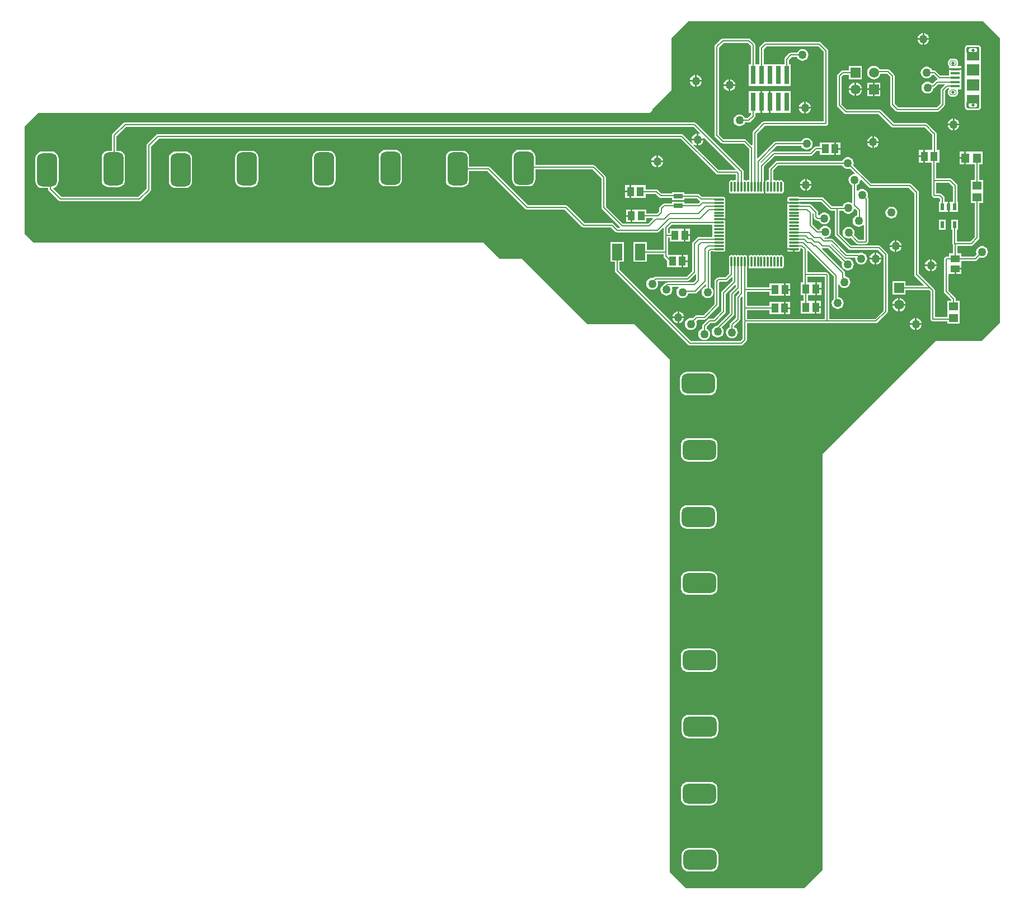
<source format=gtl>
G04*
G04 #@! TF.GenerationSoftware,Altium Limited,Altium Designer,20.1.14 (287)*
G04*
G04 Layer_Physical_Order=1*
G04 Layer_Color=255*
%FSLAX44Y44*%
%MOMM*%
G71*
G04*
G04 #@! TF.SameCoordinates,B6D4B11B-705C-47F8-BF2D-E6778052D7CC*
G04*
G04*
G04 #@! TF.FilePolarity,Positive*
G04*
G01*
G75*
%ADD16C,0.1500*%
G04:AMPARAMS|DCode=20|XSize=5mm|YSize=3mm|CornerRadius=0.75mm|HoleSize=0mm|Usage=FLASHONLY|Rotation=90.000|XOffset=0mm|YOffset=0mm|HoleType=Round|Shape=RoundedRectangle|*
%AMROUNDEDRECTD20*
21,1,5.0000,1.5000,0,0,90.0*
21,1,3.5000,3.0000,0,0,90.0*
1,1,1.5000,0.7500,1.7500*
1,1,1.5000,0.7500,-1.7500*
1,1,1.5000,-0.7500,-1.7500*
1,1,1.5000,-0.7500,1.7500*
%
%ADD20ROUNDEDRECTD20*%
G04:AMPARAMS|DCode=21|XSize=5mm|YSize=3mm|CornerRadius=0.75mm|HoleSize=0mm|Usage=FLASHONLY|Rotation=0.000|XOffset=0mm|YOffset=0mm|HoleType=Round|Shape=RoundedRectangle|*
%AMROUNDEDRECTD21*
21,1,5.0000,1.5000,0,0,0.0*
21,1,3.5000,3.0000,0,0,0.0*
1,1,1.5000,1.7500,-0.7500*
1,1,1.5000,-1.7500,-0.7500*
1,1,1.5000,-1.7500,0.7500*
1,1,1.5000,1.7500,0.7500*
%
%ADD21ROUNDEDRECTD21*%
%ADD22R,1.9000X1.1750*%
%ADD23R,1.9000X1.8000*%
%ADD24R,1.3500X0.4000*%
G04:AMPARAMS|DCode=25|XSize=1.49mm|YSize=0.28mm|CornerRadius=0.07mm|HoleSize=0mm|Usage=FLASHONLY|Rotation=270.000|XOffset=0mm|YOffset=0mm|HoleType=Round|Shape=RoundedRectangle|*
%AMROUNDEDRECTD25*
21,1,1.4900,0.1400,0,0,270.0*
21,1,1.3500,0.2800,0,0,270.0*
1,1,0.1400,-0.0700,-0.6750*
1,1,0.1400,-0.0700,0.6750*
1,1,0.1400,0.0700,0.6750*
1,1,0.1400,0.0700,-0.6750*
%
%ADD25ROUNDEDRECTD25*%
G04:AMPARAMS|DCode=26|XSize=1.49mm|YSize=0.28mm|CornerRadius=0.07mm|HoleSize=0mm|Usage=FLASHONLY|Rotation=180.000|XOffset=0mm|YOffset=0mm|HoleType=Round|Shape=RoundedRectangle|*
%AMROUNDEDRECTD26*
21,1,1.4900,0.1400,0,0,180.0*
21,1,1.3500,0.2800,0,0,180.0*
1,1,0.1400,-0.6750,0.0700*
1,1,0.1400,0.6750,0.0700*
1,1,0.1400,0.6750,-0.0700*
1,1,0.1400,-0.6750,-0.0700*
%
%ADD26ROUNDEDRECTD26*%
%ADD27R,1.4000X0.7500*%
%ADD28R,0.7366X2.7940*%
%ADD29R,1.4000X1.2000*%
%ADD30R,1.2000X1.4000*%
%ADD31R,0.5080X1.0033*%
%ADD32R,1.5000X2.5000*%
%ADD33R,1.1000X1.4000*%
%ADD34R,1.4000X1.1000*%
%ADD53C,0.5000*%
%ADD54R,1.5000X1.5000*%
%ADD55C,1.5000*%
%ADD56C,1.2700*%
G36*
X1751330Y1410970D02*
Y980440D01*
X1723390Y952500D01*
X1654810D01*
X1483360Y781050D01*
Y151130D01*
X1455420Y123190D01*
X1276350D01*
X1252220Y147320D01*
Y924560D01*
X1198880Y977900D01*
X1127760D01*
X1028700Y1076960D01*
X994410D01*
X970280Y1101090D01*
X289560D01*
X275590Y1115060D01*
Y1277620D01*
X295910Y1297940D01*
X1221740D01*
X1225550Y1301750D01*
Y1303020D01*
X1254760Y1332230D01*
Y1410970D01*
X1280160Y1436370D01*
X1725930D01*
X1751330Y1410970D01*
D02*
G37*
%LPC*%
G36*
X1637030Y1418499D02*
Y1410970D01*
X1644559D01*
X1644421Y1412021D01*
X1643525Y1414183D01*
X1642100Y1416040D01*
X1640243Y1417465D01*
X1638081Y1418361D01*
X1637030Y1418499D01*
D02*
G37*
G36*
X1634490D02*
X1633439Y1418361D01*
X1631277Y1417465D01*
X1629420Y1416040D01*
X1627995Y1414183D01*
X1627099Y1412021D01*
X1626960Y1410970D01*
X1634490D01*
Y1418499D01*
D02*
G37*
G36*
X1644559Y1408430D02*
X1637030D01*
Y1400901D01*
X1638081Y1401039D01*
X1640243Y1401935D01*
X1642100Y1403360D01*
X1643525Y1405217D01*
X1644421Y1407379D01*
X1644559Y1408430D01*
D02*
G37*
G36*
X1634490D02*
X1626960D01*
X1627099Y1407379D01*
X1627995Y1405217D01*
X1629420Y1403360D01*
X1631277Y1401935D01*
X1633439Y1401039D01*
X1634490Y1400901D01*
Y1408430D01*
D02*
G37*
G36*
X1717770Y1400470D02*
X1703770D01*
X1703736Y1400463D01*
X1703702Y1400469D01*
X1703571Y1400465D01*
X1703504Y1400450D01*
X1703436Y1400458D01*
X1703306Y1400448D01*
X1703239Y1400429D01*
X1703170Y1400434D01*
X1703041Y1400417D01*
X1702976Y1400395D01*
X1702907Y1400396D01*
X1702778Y1400372D01*
X1702714Y1400346D01*
X1702646Y1400344D01*
X1702518Y1400313D01*
X1702456Y1400284D01*
X1702388Y1400278D01*
X1702262Y1400241D01*
X1702201Y1400209D01*
X1702133Y1400199D01*
X1702010Y1400155D01*
X1701951Y1400120D01*
X1701883Y1400107D01*
X1701762Y1400056D01*
X1701705Y1400018D01*
X1701638Y1400001D01*
X1701520Y1399945D01*
X1701465Y1399904D01*
X1701400Y1399884D01*
X1701284Y1399821D01*
X1701231Y1399777D01*
X1701167Y1399753D01*
X1701055Y1399685D01*
X1701005Y1399638D01*
X1700942Y1399611D01*
X1700834Y1399537D01*
X1700786Y1399488D01*
X1700724Y1399457D01*
X1700620Y1399378D01*
X1700575Y1399326D01*
X1700515Y1399292D01*
X1700415Y1399207D01*
X1700373Y1399153D01*
X1700315Y1399117D01*
X1700220Y1399026D01*
X1700180Y1398970D01*
X1700124Y1398930D01*
X1700034Y1398835D01*
X1699997Y1398777D01*
X1699943Y1398735D01*
X1699858Y1398635D01*
X1699824Y1398575D01*
X1699773Y1398530D01*
X1699693Y1398426D01*
X1699662Y1398364D01*
X1699613Y1398316D01*
X1699539Y1398208D01*
X1699512Y1398145D01*
X1699465Y1398095D01*
X1699397Y1397983D01*
X1699373Y1397919D01*
X1699329Y1397866D01*
X1699267Y1397751D01*
X1699246Y1397685D01*
X1699205Y1397630D01*
X1699149Y1397512D01*
X1699132Y1397445D01*
X1699093Y1397388D01*
X1699043Y1397267D01*
X1699030Y1397200D01*
X1698995Y1397140D01*
X1698951Y1397017D01*
X1698941Y1396949D01*
X1698909Y1396888D01*
X1698872Y1396763D01*
X1698866Y1396694D01*
X1698837Y1396632D01*
X1698806Y1396504D01*
X1698804Y1396436D01*
X1698778Y1396372D01*
X1698754Y1396243D01*
X1698755Y1396174D01*
X1698733Y1396109D01*
X1698716Y1395979D01*
X1698721Y1395911D01*
X1698702Y1395844D01*
X1698692Y1395714D01*
X1698700Y1395646D01*
X1698685Y1395579D01*
X1698681Y1395448D01*
X1698687Y1395414D01*
X1698680Y1395380D01*
Y1388880D01*
X1698730Y1388630D01*
Y1375440D01*
X1698730Y1374583D01*
X1698730Y1373313D01*
Y1351090D01*
Y1328947D01*
X1698730Y1328090D01*
X1698730Y1326820D01*
Y1313630D01*
X1698680Y1313380D01*
Y1306880D01*
X1698687Y1306846D01*
X1698681Y1306812D01*
X1698685Y1306681D01*
X1698700Y1306614D01*
X1698692Y1306546D01*
X1698702Y1306416D01*
X1698721Y1306349D01*
X1698716Y1306280D01*
X1698733Y1306151D01*
X1698755Y1306086D01*
X1698754Y1306017D01*
X1698778Y1305888D01*
X1698804Y1305824D01*
X1698806Y1305755D01*
X1698837Y1305628D01*
X1698866Y1305566D01*
X1698872Y1305497D01*
X1698909Y1305372D01*
X1698941Y1305311D01*
X1698951Y1305243D01*
X1698995Y1305120D01*
X1699030Y1305060D01*
X1699043Y1304993D01*
X1699093Y1304872D01*
X1699132Y1304815D01*
X1699149Y1304748D01*
X1699205Y1304630D01*
X1699246Y1304575D01*
X1699267Y1304509D01*
X1699329Y1304394D01*
X1699373Y1304341D01*
X1699397Y1304277D01*
X1699465Y1304165D01*
X1699512Y1304115D01*
X1699539Y1304052D01*
X1699613Y1303944D01*
X1699662Y1303896D01*
X1699693Y1303834D01*
X1699773Y1303730D01*
X1699824Y1303685D01*
X1699858Y1303625D01*
X1699943Y1303525D01*
X1699997Y1303483D01*
X1700034Y1303425D01*
X1700124Y1303330D01*
X1700180Y1303290D01*
X1700220Y1303234D01*
X1700315Y1303143D01*
X1700373Y1303107D01*
X1700415Y1303053D01*
X1700515Y1302968D01*
X1700575Y1302934D01*
X1700620Y1302882D01*
X1700724Y1302803D01*
X1700786Y1302772D01*
X1700834Y1302723D01*
X1700942Y1302649D01*
X1701005Y1302622D01*
X1701055Y1302575D01*
X1701167Y1302507D01*
X1701231Y1302483D01*
X1701284Y1302439D01*
X1701400Y1302377D01*
X1701465Y1302356D01*
X1701520Y1302315D01*
X1701638Y1302259D01*
X1701705Y1302242D01*
X1701762Y1302204D01*
X1701883Y1302153D01*
X1701951Y1302140D01*
X1702010Y1302105D01*
X1702133Y1302061D01*
X1702201Y1302051D01*
X1702262Y1302019D01*
X1702388Y1301982D01*
X1702456Y1301976D01*
X1702518Y1301947D01*
X1702646Y1301916D01*
X1702714Y1301914D01*
X1702778Y1301888D01*
X1702907Y1301864D01*
X1702976Y1301865D01*
X1703041Y1301843D01*
X1703170Y1301826D01*
X1703239Y1301831D01*
X1703306Y1301812D01*
X1703436Y1301802D01*
X1703504Y1301810D01*
X1703571Y1301795D01*
X1703702Y1301791D01*
X1703736Y1301797D01*
X1703770Y1301790D01*
X1717770D01*
X1717804Y1301797D01*
X1717838Y1301791D01*
X1717969Y1301795D01*
X1718036Y1301810D01*
X1718104Y1301802D01*
X1718234Y1301812D01*
X1718301Y1301831D01*
X1718370Y1301826D01*
X1718499Y1301843D01*
X1718564Y1301865D01*
X1718633Y1301864D01*
X1718762Y1301888D01*
X1718826Y1301914D01*
X1718894Y1301916D01*
X1719022Y1301947D01*
X1719084Y1301976D01*
X1719152Y1301982D01*
X1719278Y1302019D01*
X1719339Y1302051D01*
X1719407Y1302061D01*
X1719530Y1302105D01*
X1719590Y1302140D01*
X1719657Y1302153D01*
X1719778Y1302204D01*
X1719835Y1302242D01*
X1719902Y1302259D01*
X1720020Y1302315D01*
X1720075Y1302356D01*
X1720141Y1302377D01*
X1720255Y1302439D01*
X1720309Y1302483D01*
X1720373Y1302507D01*
X1720485Y1302575D01*
X1720535Y1302622D01*
X1720598Y1302649D01*
X1720706Y1302723D01*
X1720754Y1302772D01*
X1720816Y1302803D01*
X1720920Y1302882D01*
X1720965Y1302934D01*
X1721025Y1302968D01*
X1721125Y1303053D01*
X1721167Y1303107D01*
X1721225Y1303143D01*
X1721320Y1303234D01*
X1721360Y1303290D01*
X1721416Y1303330D01*
X1721507Y1303425D01*
X1721543Y1303483D01*
X1721597Y1303525D01*
X1721682Y1303625D01*
X1721716Y1303685D01*
X1721767Y1303730D01*
X1721847Y1303834D01*
X1721878Y1303896D01*
X1721927Y1303944D01*
X1722001Y1304052D01*
X1722028Y1304115D01*
X1722075Y1304165D01*
X1722143Y1304277D01*
X1722167Y1304341D01*
X1722211Y1304394D01*
X1722274Y1304509D01*
X1722294Y1304575D01*
X1722335Y1304630D01*
X1722391Y1304748D01*
X1722408Y1304815D01*
X1722446Y1304872D01*
X1722497Y1304993D01*
X1722510Y1305060D01*
X1722545Y1305120D01*
X1722589Y1305243D01*
X1722599Y1305311D01*
X1722631Y1305372D01*
X1722668Y1305497D01*
X1722674Y1305566D01*
X1722703Y1305628D01*
X1722734Y1305755D01*
X1722736Y1305824D01*
X1722762Y1305888D01*
X1722786Y1306017D01*
X1722785Y1306086D01*
X1722807Y1306151D01*
X1722824Y1306280D01*
X1722819Y1306349D01*
X1722838Y1306416D01*
X1722848Y1306546D01*
X1722840Y1306614D01*
X1722856Y1306681D01*
X1722859Y1306812D01*
X1722853Y1306846D01*
X1722860Y1306880D01*
Y1313380D01*
X1722810Y1313630D01*
Y1326820D01*
X1722810Y1327677D01*
X1722810Y1328947D01*
Y1351090D01*
Y1373313D01*
X1722810Y1374170D01*
X1722810Y1375440D01*
Y1388630D01*
X1722860Y1388880D01*
Y1395380D01*
X1722853Y1395414D01*
X1722859Y1395448D01*
X1722856Y1395579D01*
X1722840Y1395646D01*
X1722848Y1395714D01*
X1722838Y1395844D01*
X1722819Y1395911D01*
X1722824Y1395979D01*
X1722807Y1396109D01*
X1722785Y1396174D01*
X1722786Y1396243D01*
X1722762Y1396372D01*
X1722736Y1396436D01*
X1722734Y1396504D01*
X1722703Y1396632D01*
X1722674Y1396694D01*
X1722668Y1396763D01*
X1722631Y1396888D01*
X1722599Y1396949D01*
X1722589Y1397017D01*
X1722545Y1397140D01*
X1722510Y1397200D01*
X1722497Y1397267D01*
X1722446Y1397388D01*
X1722408Y1397445D01*
X1722391Y1397512D01*
X1722335Y1397630D01*
X1722294Y1397685D01*
X1722273Y1397751D01*
X1722211Y1397866D01*
X1722167Y1397919D01*
X1722143Y1397983D01*
X1722075Y1398095D01*
X1722028Y1398145D01*
X1722001Y1398208D01*
X1721927Y1398316D01*
X1721877Y1398364D01*
X1721847Y1398426D01*
X1721767Y1398530D01*
X1721716Y1398575D01*
X1721682Y1398635D01*
X1721597Y1398735D01*
X1721543Y1398777D01*
X1721507Y1398835D01*
X1721416Y1398930D01*
X1721360Y1398970D01*
X1721320Y1399026D01*
X1721225Y1399117D01*
X1721167Y1399153D01*
X1721125Y1399207D01*
X1721025Y1399292D01*
X1720965Y1399326D01*
X1720920Y1399378D01*
X1720816Y1399457D01*
X1720754Y1399488D01*
X1720706Y1399537D01*
X1720598Y1399611D01*
X1720535Y1399638D01*
X1720485Y1399685D01*
X1720373Y1399753D01*
X1720309Y1399777D01*
X1720255Y1399821D01*
X1720141Y1399884D01*
X1720075Y1399904D01*
X1720020Y1399945D01*
X1719902Y1400001D01*
X1719835Y1400018D01*
X1719778Y1400056D01*
X1719657Y1400107D01*
X1719590Y1400120D01*
X1719530Y1400155D01*
X1719407Y1400199D01*
X1719339Y1400209D01*
X1719278Y1400241D01*
X1719152Y1400278D01*
X1719084Y1400284D01*
X1719022Y1400313D01*
X1718894Y1400344D01*
X1718826Y1400346D01*
X1718762Y1400372D01*
X1718633Y1400396D01*
X1718564Y1400395D01*
X1718499Y1400417D01*
X1718370Y1400434D01*
X1718301Y1400429D01*
X1718234Y1400448D01*
X1718104Y1400458D01*
X1718036Y1400450D01*
X1717969Y1400465D01*
X1717838Y1400469D01*
X1717804Y1400463D01*
X1717770Y1400470D01*
D02*
G37*
G36*
X1681770Y1380220D02*
X1679770D01*
X1679736Y1380213D01*
X1679702Y1380219D01*
X1679480Y1380213D01*
X1679413Y1380198D01*
X1679344Y1380206D01*
X1679122Y1380188D01*
X1679056Y1380170D01*
X1678988Y1380174D01*
X1678767Y1380145D01*
X1678702Y1380123D01*
X1678633Y1380124D01*
X1678415Y1380083D01*
X1678351Y1380058D01*
X1678282Y1380055D01*
X1678065Y1380003D01*
X1678003Y1379975D01*
X1677935Y1379968D01*
X1677721Y1379905D01*
X1677660Y1379873D01*
X1677592Y1379863D01*
X1677383Y1379789D01*
X1677323Y1379754D01*
X1677256Y1379740D01*
X1677050Y1379655D01*
X1676993Y1379617D01*
X1676926Y1379600D01*
X1676726Y1379504D01*
X1676671Y1379463D01*
X1676605Y1379443D01*
X1676409Y1379337D01*
X1676356Y1379292D01*
X1676292Y1379269D01*
X1676102Y1379153D01*
X1676052Y1379106D01*
X1675988Y1379079D01*
X1675805Y1378952D01*
X1675757Y1378903D01*
X1675696Y1378873D01*
X1675519Y1378738D01*
X1675473Y1378686D01*
X1675413Y1378652D01*
X1675244Y1378508D01*
X1675202Y1378454D01*
X1675144Y1378417D01*
X1674982Y1378264D01*
X1674942Y1378208D01*
X1674886Y1378168D01*
X1674733Y1378006D01*
X1674696Y1377948D01*
X1674642Y1377906D01*
X1674498Y1377737D01*
X1674464Y1377676D01*
X1674412Y1377631D01*
X1674277Y1377454D01*
X1674247Y1377393D01*
X1674198Y1377345D01*
X1674072Y1377162D01*
X1674044Y1377098D01*
X1673997Y1377048D01*
X1673881Y1376858D01*
X1673858Y1376794D01*
X1673813Y1376741D01*
X1673707Y1376545D01*
X1673687Y1376479D01*
X1673646Y1376424D01*
X1673550Y1376224D01*
X1673533Y1376157D01*
X1673495Y1376100D01*
X1673410Y1375894D01*
X1673396Y1375827D01*
X1673361Y1375768D01*
X1673287Y1375558D01*
X1673277Y1375490D01*
X1673245Y1375429D01*
X1673182Y1375215D01*
X1673175Y1375147D01*
X1673147Y1375085D01*
X1673095Y1374868D01*
X1673092Y1374799D01*
X1673067Y1374735D01*
X1673026Y1374517D01*
X1673027Y1374448D01*
X1673005Y1374383D01*
X1672976Y1374162D01*
X1672980Y1374094D01*
X1672961Y1374027D01*
X1672944Y1373806D01*
X1672952Y1373737D01*
X1672937Y1373670D01*
X1672931Y1373448D01*
X1672943Y1373380D01*
X1672931Y1373312D01*
X1672937Y1373090D01*
X1672952Y1373023D01*
X1672944Y1372955D01*
X1672961Y1372733D01*
X1672980Y1372666D01*
X1672976Y1372598D01*
X1673005Y1372377D01*
X1673027Y1372312D01*
X1673026Y1372243D01*
X1673067Y1372025D01*
X1673092Y1371961D01*
X1673095Y1371892D01*
X1673147Y1371675D01*
X1673175Y1371613D01*
X1673182Y1371544D01*
X1673245Y1371331D01*
X1673277Y1371270D01*
X1673287Y1371202D01*
X1673361Y1370992D01*
X1673396Y1370933D01*
X1673410Y1370866D01*
X1673495Y1370660D01*
X1673533Y1370603D01*
X1673550Y1370537D01*
X1673646Y1370336D01*
X1673687Y1370280D01*
X1673707Y1370215D01*
X1673813Y1370019D01*
X1673858Y1369966D01*
X1673881Y1369902D01*
X1673997Y1369712D01*
X1674044Y1369662D01*
X1674071Y1369599D01*
X1674197Y1369415D01*
X1674730Y1368670D01*
Y1365400D01*
X1684020D01*
X1693310D01*
Y1368670D01*
X1688349D01*
X1687953Y1369088D01*
X1687659Y1369902D01*
X1687682Y1369966D01*
X1687727Y1370019D01*
X1687833Y1370215D01*
X1687853Y1370280D01*
X1687894Y1370336D01*
X1687990Y1370536D01*
X1688007Y1370603D01*
X1688045Y1370660D01*
X1688130Y1370866D01*
X1688144Y1370933D01*
X1688179Y1370992D01*
X1688253Y1371202D01*
X1688263Y1371270D01*
X1688295Y1371331D01*
X1688358Y1371544D01*
X1688365Y1371613D01*
X1688393Y1371675D01*
X1688445Y1371892D01*
X1688448Y1371960D01*
X1688474Y1372024D01*
X1688514Y1372243D01*
X1688513Y1372312D01*
X1688535Y1372377D01*
X1688564Y1372598D01*
X1688560Y1372666D01*
X1688578Y1372733D01*
X1688596Y1372955D01*
X1688588Y1373023D01*
X1688603Y1373090D01*
X1688609Y1373312D01*
X1688597Y1373380D01*
X1688609Y1373448D01*
X1688603Y1373670D01*
X1688588Y1373737D01*
X1688596Y1373806D01*
X1688578Y1374027D01*
X1688560Y1374093D01*
X1688564Y1374162D01*
X1688535Y1374383D01*
X1688513Y1374448D01*
X1688514Y1374517D01*
X1688474Y1374736D01*
X1688448Y1374799D01*
X1688445Y1374868D01*
X1688393Y1375085D01*
X1688365Y1375147D01*
X1688358Y1375215D01*
X1688295Y1375429D01*
X1688263Y1375490D01*
X1688253Y1375558D01*
X1688179Y1375768D01*
X1688144Y1375827D01*
X1688130Y1375894D01*
X1688045Y1376100D01*
X1688007Y1376157D01*
X1687990Y1376224D01*
X1687894Y1376425D01*
X1687853Y1376479D01*
X1687833Y1376545D01*
X1687727Y1376741D01*
X1687682Y1376794D01*
X1687659Y1376858D01*
X1687542Y1377048D01*
X1687496Y1377098D01*
X1687469Y1377162D01*
X1687343Y1377345D01*
X1687293Y1377393D01*
X1687263Y1377455D01*
X1687128Y1377631D01*
X1687076Y1377677D01*
X1687042Y1377737D01*
X1686898Y1377906D01*
X1686844Y1377948D01*
X1686807Y1378006D01*
X1686654Y1378168D01*
X1686598Y1378208D01*
X1686558Y1378264D01*
X1686397Y1378417D01*
X1686338Y1378454D01*
X1686296Y1378508D01*
X1686127Y1378652D01*
X1686066Y1378686D01*
X1686021Y1378737D01*
X1685845Y1378873D01*
X1685783Y1378903D01*
X1685735Y1378953D01*
X1685551Y1379079D01*
X1685488Y1379106D01*
X1685438Y1379153D01*
X1685248Y1379269D01*
X1685184Y1379292D01*
X1685131Y1379337D01*
X1684935Y1379443D01*
X1684870Y1379463D01*
X1684814Y1379504D01*
X1684613Y1379600D01*
X1684547Y1379617D01*
X1684490Y1379655D01*
X1684284Y1379740D01*
X1684217Y1379754D01*
X1684158Y1379789D01*
X1683948Y1379863D01*
X1683880Y1379873D01*
X1683819Y1379905D01*
X1683605Y1379968D01*
X1683537Y1379975D01*
X1683475Y1380003D01*
X1683258Y1380055D01*
X1683189Y1380058D01*
X1683125Y1380083D01*
X1682907Y1380124D01*
X1682838Y1380123D01*
X1682773Y1380145D01*
X1682552Y1380174D01*
X1682484Y1380170D01*
X1682418Y1380188D01*
X1682196Y1380206D01*
X1682127Y1380198D01*
X1682060Y1380213D01*
X1681838Y1380219D01*
X1681804Y1380213D01*
X1681770Y1380220D01*
D02*
G37*
G36*
X1542930Y1368940D02*
X1522850D01*
Y1362254D01*
X1513840D01*
X1512556Y1361999D01*
X1511468Y1361272D01*
X1506388Y1356192D01*
X1505661Y1355104D01*
X1505405Y1353820D01*
Y1309370D01*
X1505661Y1308086D01*
X1506388Y1306998D01*
X1514543Y1298843D01*
X1514551Y1298805D01*
X1515278Y1297717D01*
X1516157Y1296838D01*
X1517245Y1296111D01*
X1518529Y1295856D01*
X1568331D01*
X1587668Y1276518D01*
X1588756Y1275791D01*
X1590040Y1275536D01*
X1638181D01*
X1648628Y1265088D01*
X1648916Y1264896D01*
Y1241440D01*
X1638420D01*
Y1231900D01*
Y1222360D01*
X1648795D01*
Y1195070D01*
Y1173089D01*
X1649051Y1171805D01*
X1649778Y1170717D01*
X1650657Y1169838D01*
X1651745Y1169111D01*
X1653029Y1168856D01*
X1659771D01*
X1661006Y1167621D01*
Y1162812D01*
X1659280D01*
Y1147699D01*
X1672590D01*
Y1155256D01*
Y1162812D01*
X1667714D01*
Y1169010D01*
X1667459Y1170294D01*
X1666732Y1171382D01*
X1663532Y1174582D01*
X1662444Y1175309D01*
X1661160Y1175564D01*
X1655504D01*
Y1191715D01*
X1675011D01*
X1680665Y1186060D01*
Y1162812D01*
X1675130D01*
Y1155256D01*
Y1147699D01*
X1688440D01*
Y1162812D01*
X1687375D01*
Y1187450D01*
X1687119Y1188734D01*
X1686392Y1189822D01*
X1678772Y1197442D01*
X1677684Y1198169D01*
X1676400Y1198425D01*
X1655504D01*
Y1222360D01*
X1660190D01*
Y1241440D01*
X1655625D01*
Y1266581D01*
X1655369Y1267865D01*
X1654642Y1268953D01*
X1653763Y1269832D01*
X1652675Y1270559D01*
X1652637Y1270567D01*
X1641942Y1281262D01*
X1640854Y1281989D01*
X1639570Y1282245D01*
X1591429D01*
X1572092Y1301582D01*
X1571004Y1302309D01*
X1569720Y1302565D01*
X1520214D01*
X1520022Y1302852D01*
X1512115Y1310759D01*
Y1352431D01*
X1515229Y1355546D01*
X1522850D01*
Y1348860D01*
X1542930D01*
Y1368940D01*
D02*
G37*
G36*
X1292860Y1355000D02*
Y1347470D01*
X1300390D01*
X1300251Y1348521D01*
X1299355Y1350683D01*
X1297930Y1352540D01*
X1296073Y1353965D01*
X1293911Y1354861D01*
X1292860Y1355000D01*
D02*
G37*
G36*
X1290320D02*
X1289269Y1354861D01*
X1287107Y1353965D01*
X1285250Y1352540D01*
X1283825Y1350683D01*
X1282929Y1348521D01*
X1282791Y1347470D01*
X1290320D01*
Y1355000D01*
D02*
G37*
G36*
X1300390Y1344930D02*
X1292860D01*
Y1337401D01*
X1293911Y1337539D01*
X1296073Y1338435D01*
X1297930Y1339860D01*
X1299355Y1341717D01*
X1300251Y1343879D01*
X1300390Y1344930D01*
D02*
G37*
G36*
X1290320D02*
X1282791D01*
X1282929Y1343879D01*
X1283825Y1341717D01*
X1285250Y1339860D01*
X1287107Y1338435D01*
X1289269Y1337539D01*
X1290320Y1337401D01*
Y1344930D01*
D02*
G37*
G36*
X1570870Y1343540D02*
X1562100D01*
Y1334770D01*
X1570870D01*
Y1343540D01*
D02*
G37*
G36*
X1534160Y1343459D02*
Y1334770D01*
X1542849D01*
X1542672Y1336121D01*
X1541660Y1338563D01*
X1540051Y1340661D01*
X1537953Y1342270D01*
X1535511Y1343282D01*
X1534160Y1343459D01*
D02*
G37*
G36*
X1531620D02*
X1530269Y1343282D01*
X1527827Y1342270D01*
X1525729Y1340661D01*
X1524120Y1338563D01*
X1523108Y1336121D01*
X1522931Y1334770D01*
X1531620D01*
Y1343459D01*
D02*
G37*
G36*
X1559560Y1343540D02*
X1550790D01*
Y1334770D01*
X1559560D01*
Y1343540D01*
D02*
G37*
G36*
X1542849Y1332230D02*
X1534160D01*
Y1323541D01*
X1535511Y1323718D01*
X1537953Y1324730D01*
X1540051Y1326339D01*
X1541660Y1328437D01*
X1542672Y1330879D01*
X1542849Y1332230D01*
D02*
G37*
G36*
X1531620D02*
X1522931D01*
X1523108Y1330879D01*
X1524120Y1328437D01*
X1525729Y1326339D01*
X1527827Y1324730D01*
X1530269Y1323718D01*
X1531620Y1323541D01*
Y1332230D01*
D02*
G37*
G36*
X1570870D02*
X1562100D01*
Y1323460D01*
X1570870D01*
Y1332230D01*
D02*
G37*
G36*
X1559560D02*
X1550790D01*
Y1323460D01*
X1559560D01*
Y1332230D01*
D02*
G37*
G36*
X1560830Y1369027D02*
X1558209Y1368682D01*
X1555767Y1367670D01*
X1553669Y1366061D01*
X1552060Y1363963D01*
X1551048Y1361521D01*
X1550703Y1358900D01*
X1551048Y1356279D01*
X1552060Y1353837D01*
X1553669Y1351739D01*
X1555767Y1350130D01*
X1558209Y1349118D01*
X1560830Y1348773D01*
X1563451Y1349118D01*
X1565893Y1350130D01*
X1567991Y1351739D01*
X1569600Y1353837D01*
X1570612Y1356279D01*
X1570682Y1356815D01*
X1581030D01*
X1585415Y1352431D01*
Y1310640D01*
X1585671Y1309356D01*
X1586398Y1308268D01*
X1594018Y1300648D01*
X1595106Y1299921D01*
X1596390Y1299666D01*
X1657350D01*
X1658634Y1299921D01*
X1659722Y1300648D01*
X1667342Y1308268D01*
X1668069Y1309356D01*
X1668324Y1310640D01*
Y1330840D01*
X1672259Y1334776D01*
X1674420D01*
X1674703Y1333552D01*
X1674197Y1332845D01*
X1674071Y1332661D01*
X1674044Y1332598D01*
X1673997Y1332548D01*
X1673881Y1332358D01*
X1673858Y1332294D01*
X1673813Y1332241D01*
X1673707Y1332045D01*
X1673687Y1331980D01*
X1673646Y1331924D01*
X1673550Y1331723D01*
X1673533Y1331657D01*
X1673495Y1331600D01*
X1673410Y1331394D01*
X1673396Y1331327D01*
X1673361Y1331267D01*
X1673287Y1331058D01*
X1673277Y1330990D01*
X1673245Y1330929D01*
X1673182Y1330715D01*
X1673175Y1330647D01*
X1673147Y1330585D01*
X1673095Y1330368D01*
X1673092Y1330299D01*
X1673067Y1330235D01*
X1673026Y1330017D01*
X1673027Y1329948D01*
X1673005Y1329883D01*
X1672976Y1329662D01*
X1672980Y1329594D01*
X1672961Y1329527D01*
X1672944Y1329306D01*
X1672952Y1329237D01*
X1672937Y1329170D01*
X1672931Y1328948D01*
X1672943Y1328880D01*
X1672931Y1328812D01*
X1672937Y1328590D01*
X1672952Y1328523D01*
X1672944Y1328454D01*
X1672961Y1328233D01*
X1672980Y1328166D01*
X1672976Y1328098D01*
X1673005Y1327877D01*
X1673027Y1327812D01*
X1673026Y1327743D01*
X1673067Y1327525D01*
X1673092Y1327461D01*
X1673095Y1327392D01*
X1673147Y1327175D01*
X1673175Y1327113D01*
X1673182Y1327044D01*
X1673245Y1326831D01*
X1673277Y1326770D01*
X1673287Y1326702D01*
X1673361Y1326492D01*
X1673396Y1326433D01*
X1673410Y1326366D01*
X1673495Y1326160D01*
X1673533Y1326103D01*
X1673550Y1326036D01*
X1673646Y1325836D01*
X1673687Y1325780D01*
X1673707Y1325715D01*
X1673813Y1325519D01*
X1673858Y1325466D01*
X1673881Y1325402D01*
X1673997Y1325212D01*
X1674044Y1325162D01*
X1674072Y1325098D01*
X1674198Y1324915D01*
X1674247Y1324867D01*
X1674277Y1324805D01*
X1674412Y1324629D01*
X1674464Y1324584D01*
X1674498Y1324523D01*
X1674642Y1324354D01*
X1674696Y1324312D01*
X1674733Y1324254D01*
X1674886Y1324092D01*
X1674942Y1324052D01*
X1674982Y1323996D01*
X1675144Y1323843D01*
X1675202Y1323806D01*
X1675244Y1323752D01*
X1675413Y1323608D01*
X1675473Y1323574D01*
X1675519Y1323522D01*
X1675696Y1323387D01*
X1675757Y1323357D01*
X1675805Y1323307D01*
X1675988Y1323181D01*
X1676052Y1323154D01*
X1676102Y1323107D01*
X1676292Y1322991D01*
X1676356Y1322968D01*
X1676409Y1322923D01*
X1676605Y1322817D01*
X1676671Y1322797D01*
X1676726Y1322756D01*
X1676926Y1322660D01*
X1676993Y1322643D01*
X1677050Y1322605D01*
X1677256Y1322520D01*
X1677323Y1322506D01*
X1677383Y1322471D01*
X1677592Y1322397D01*
X1677660Y1322387D01*
X1677721Y1322355D01*
X1677935Y1322292D01*
X1678003Y1322285D01*
X1678065Y1322257D01*
X1678282Y1322205D01*
X1678351Y1322202D01*
X1678415Y1322176D01*
X1678633Y1322136D01*
X1678702Y1322137D01*
X1678767Y1322115D01*
X1678988Y1322086D01*
X1679056Y1322090D01*
X1679122Y1322072D01*
X1679344Y1322054D01*
X1679413Y1322062D01*
X1679480Y1322047D01*
X1679702Y1322041D01*
X1679736Y1322047D01*
X1679770Y1322040D01*
X1681770D01*
X1681804Y1322047D01*
X1681838Y1322041D01*
X1682060Y1322047D01*
X1682127Y1322062D01*
X1682196Y1322054D01*
X1682418Y1322072D01*
X1682484Y1322090D01*
X1682552Y1322086D01*
X1682773Y1322115D01*
X1682838Y1322137D01*
X1682907Y1322136D01*
X1683125Y1322177D01*
X1683189Y1322202D01*
X1683258Y1322205D01*
X1683475Y1322257D01*
X1683537Y1322285D01*
X1683605Y1322292D01*
X1683819Y1322355D01*
X1683880Y1322387D01*
X1683948Y1322397D01*
X1684158Y1322471D01*
X1684217Y1322506D01*
X1684284Y1322520D01*
X1684490Y1322605D01*
X1684547Y1322643D01*
X1684613Y1322660D01*
X1684814Y1322756D01*
X1684870Y1322797D01*
X1684935Y1322817D01*
X1685131Y1322923D01*
X1685184Y1322968D01*
X1685248Y1322991D01*
X1685438Y1323107D01*
X1685488Y1323154D01*
X1685551Y1323181D01*
X1685735Y1323307D01*
X1685783Y1323357D01*
X1685845Y1323387D01*
X1686021Y1323522D01*
X1686066Y1323574D01*
X1686127Y1323608D01*
X1686296Y1323752D01*
X1686338Y1323806D01*
X1686397Y1323843D01*
X1686558Y1323996D01*
X1686598Y1324052D01*
X1686654Y1324092D01*
X1686807Y1324254D01*
X1686844Y1324312D01*
X1686898Y1324354D01*
X1687042Y1324523D01*
X1687076Y1324583D01*
X1687128Y1324629D01*
X1687263Y1324805D01*
X1687293Y1324867D01*
X1687343Y1324915D01*
X1687469Y1325099D01*
X1687496Y1325161D01*
X1687542Y1325212D01*
X1687659Y1325402D01*
X1687682Y1325466D01*
X1687727Y1325520D01*
X1687833Y1325715D01*
X1687853Y1325780D01*
X1687894Y1325835D01*
X1687990Y1326036D01*
X1688007Y1326103D01*
X1688045Y1326160D01*
X1688130Y1326366D01*
X1688144Y1326433D01*
X1688179Y1326492D01*
X1688253Y1326702D01*
X1688263Y1326770D01*
X1688295Y1326831D01*
X1688358Y1327044D01*
X1688365Y1327113D01*
X1688393Y1327175D01*
X1688445Y1327392D01*
X1688448Y1327460D01*
X1688474Y1327524D01*
X1688514Y1327743D01*
X1688513Y1327812D01*
X1688535Y1327877D01*
X1688564Y1328098D01*
X1688560Y1328166D01*
X1688578Y1328233D01*
X1688596Y1328454D01*
X1688588Y1328523D01*
X1688603Y1328590D01*
X1688609Y1328812D01*
X1688597Y1328880D01*
X1688609Y1328948D01*
X1688603Y1329170D01*
X1688588Y1329237D01*
X1688596Y1329306D01*
X1688578Y1329527D01*
X1688560Y1329594D01*
X1688564Y1329662D01*
X1688535Y1329883D01*
X1688513Y1329948D01*
X1688514Y1330017D01*
X1688474Y1330236D01*
X1688448Y1330300D01*
X1688445Y1330368D01*
X1688393Y1330585D01*
X1688365Y1330647D01*
X1688358Y1330715D01*
X1688295Y1330929D01*
X1688263Y1330990D01*
X1688253Y1331058D01*
X1688179Y1331267D01*
X1688144Y1331327D01*
X1688130Y1331394D01*
X1688045Y1331600D01*
X1688007Y1331657D01*
X1687990Y1331724D01*
X1687894Y1331924D01*
X1687853Y1331980D01*
X1687833Y1332045D01*
X1687727Y1332241D01*
X1687682Y1332294D01*
X1687659Y1332358D01*
X1687953Y1333172D01*
X1688349Y1333590D01*
X1693310D01*
Y1340090D01*
Y1346590D01*
Y1353090D01*
Y1359590D01*
Y1362860D01*
X1684020D01*
X1674730D01*
Y1359590D01*
Y1354484D01*
X1661429D01*
X1654642Y1361272D01*
X1653554Y1361999D01*
X1652270Y1362254D01*
X1649073D01*
X1648605Y1363383D01*
X1647180Y1365240D01*
X1645323Y1366665D01*
X1643161Y1367561D01*
X1640840Y1367867D01*
X1638519Y1367561D01*
X1636357Y1366665D01*
X1634500Y1365240D01*
X1633075Y1363383D01*
X1632179Y1361221D01*
X1631873Y1358900D01*
X1632179Y1356579D01*
X1633075Y1354417D01*
X1634500Y1352560D01*
X1636357Y1351135D01*
X1638519Y1350239D01*
X1640840Y1349933D01*
X1643161Y1350239D01*
X1645323Y1351135D01*
X1647180Y1352560D01*
X1648605Y1354417D01*
X1649073Y1355546D01*
X1650880D01*
X1656562Y1349864D01*
X1656714Y1349637D01*
X1657096Y1349254D01*
X1657083Y1348886D01*
X1656650Y1347905D01*
X1655766Y1347729D01*
X1654678Y1347002D01*
X1650054Y1342377D01*
X1648450Y1342380D01*
X1646593Y1343805D01*
X1644431Y1344701D01*
X1642110Y1345007D01*
X1639789Y1344701D01*
X1637627Y1343805D01*
X1635770Y1342380D01*
X1634345Y1340523D01*
X1633449Y1338361D01*
X1633143Y1336040D01*
X1633449Y1333719D01*
X1634345Y1331557D01*
X1635770Y1329700D01*
X1637627Y1328275D01*
X1639789Y1327379D01*
X1642110Y1327073D01*
X1644431Y1327379D01*
X1646593Y1328275D01*
X1648450Y1329700D01*
X1649875Y1331557D01*
X1650771Y1333719D01*
X1650926Y1334893D01*
X1651887Y1335084D01*
X1652975Y1335811D01*
X1658439Y1341275D01*
X1667476D01*
X1668002Y1340005D01*
X1662598Y1334602D01*
X1661871Y1333514D01*
X1661615Y1332230D01*
Y1312030D01*
X1655961Y1306375D01*
X1597780D01*
X1592124Y1312030D01*
Y1353820D01*
X1591869Y1355104D01*
X1591142Y1356192D01*
X1584792Y1362542D01*
X1583704Y1363269D01*
X1582420Y1363524D01*
X1569782D01*
X1569600Y1363963D01*
X1567991Y1366061D01*
X1565893Y1367670D01*
X1563451Y1368682D01*
X1560830Y1369027D01*
D02*
G37*
G36*
X1682750Y1288960D02*
Y1281430D01*
X1690280D01*
X1690141Y1282481D01*
X1689245Y1284643D01*
X1687820Y1286500D01*
X1685963Y1287925D01*
X1683801Y1288821D01*
X1682750Y1288960D01*
D02*
G37*
G36*
X1680210D02*
X1679159Y1288821D01*
X1676997Y1287925D01*
X1675140Y1286500D01*
X1673715Y1284643D01*
X1672819Y1282481D01*
X1672681Y1281430D01*
X1680210D01*
Y1288960D01*
D02*
G37*
G36*
X1690280Y1278890D02*
X1682750D01*
Y1271360D01*
X1683801Y1271499D01*
X1685963Y1272395D01*
X1687820Y1273820D01*
X1689245Y1275677D01*
X1690141Y1277839D01*
X1690280Y1278890D01*
D02*
G37*
G36*
X1680210D02*
X1672681D01*
X1672819Y1277839D01*
X1673715Y1275677D01*
X1675140Y1273820D01*
X1676997Y1272395D01*
X1679159Y1271499D01*
X1680210Y1271360D01*
Y1278890D01*
D02*
G37*
G36*
X1292860Y1266099D02*
X1291809Y1265961D01*
X1289647Y1265065D01*
X1287790Y1263640D01*
X1286365Y1261783D01*
X1285469Y1259621D01*
X1285331Y1258570D01*
X1292860D01*
Y1266099D01*
D02*
G37*
G36*
X1560830Y1262290D02*
Y1254760D01*
X1568360D01*
X1568221Y1255811D01*
X1567325Y1257973D01*
X1565900Y1259830D01*
X1564043Y1261255D01*
X1561881Y1262151D01*
X1560830Y1262290D01*
D02*
G37*
G36*
X1558290D02*
X1557239Y1262151D01*
X1555077Y1261255D01*
X1553220Y1259830D01*
X1551795Y1257973D01*
X1550899Y1255811D01*
X1550760Y1254760D01*
X1558290D01*
Y1262290D01*
D02*
G37*
G36*
X1302930Y1256030D02*
X1295400D01*
Y1248501D01*
X1296451Y1248639D01*
X1298613Y1249535D01*
X1300470Y1250960D01*
X1301895Y1252817D01*
X1302791Y1254979D01*
X1302930Y1256030D01*
D02*
G37*
G36*
X1568360Y1252220D02*
X1560830D01*
Y1244690D01*
X1561881Y1244829D01*
X1564043Y1245725D01*
X1565900Y1247150D01*
X1567325Y1249007D01*
X1568221Y1251169D01*
X1568360Y1252220D01*
D02*
G37*
G36*
X1558290D02*
X1550760D01*
X1550899Y1251169D01*
X1551795Y1249007D01*
X1553220Y1247150D01*
X1555077Y1245725D01*
X1557239Y1244829D01*
X1558290Y1244690D01*
Y1252220D01*
D02*
G37*
G36*
X1510330Y1252870D02*
X1503560D01*
Y1244600D01*
X1510330D01*
Y1252870D01*
D02*
G37*
G36*
Y1242060D02*
X1503560D01*
Y1233790D01*
X1510330D01*
Y1242060D01*
D02*
G37*
G36*
X1635880Y1241440D02*
X1629110D01*
Y1233170D01*
X1635880D01*
Y1241440D01*
D02*
G37*
G36*
X1697880Y1238900D02*
X1690610D01*
Y1230630D01*
X1697880D01*
Y1238900D01*
D02*
G37*
G36*
X1234440Y1233080D02*
Y1225550D01*
X1241970D01*
X1241831Y1226601D01*
X1240935Y1228763D01*
X1239510Y1230620D01*
X1237653Y1232045D01*
X1235491Y1232941D01*
X1234440Y1233080D01*
D02*
G37*
G36*
X1231900D02*
X1230849Y1232941D01*
X1228687Y1232045D01*
X1226830Y1230620D01*
X1225405Y1228763D01*
X1224509Y1226601D01*
X1224370Y1225550D01*
X1231900D01*
Y1233080D01*
D02*
G37*
G36*
X1635880Y1230630D02*
X1629110D01*
Y1222360D01*
X1635880D01*
Y1230630D01*
D02*
G37*
G36*
X1697880Y1228090D02*
X1690610D01*
Y1219820D01*
X1697880D01*
Y1228090D01*
D02*
G37*
G36*
X1241970Y1223010D02*
X1234440D01*
Y1215480D01*
X1235491Y1215619D01*
X1237653Y1216515D01*
X1239510Y1217940D01*
X1240935Y1219797D01*
X1241831Y1221959D01*
X1241970Y1223010D01*
D02*
G37*
G36*
X1231900D02*
X1224370D01*
X1224509Y1221959D01*
X1225405Y1219797D01*
X1226830Y1217940D01*
X1228687Y1216515D01*
X1230849Y1215619D01*
X1231900Y1215480D01*
Y1223010D01*
D02*
G37*
G36*
X1371600Y1410515D02*
X1332230D01*
X1330946Y1410259D01*
X1329858Y1409532D01*
X1320968Y1400642D01*
X1320241Y1399554D01*
X1319986Y1398270D01*
Y1263650D01*
X1320241Y1262366D01*
X1320968Y1261278D01*
X1329858Y1252388D01*
X1330946Y1251661D01*
X1332230Y1251405D01*
X1363860D01*
X1372175Y1243091D01*
Y1196560D01*
X1371230Y1195783D01*
X1369830D01*
X1368566Y1195532D01*
X1368030Y1195174D01*
X1367494Y1195532D01*
X1366230Y1195783D01*
X1364830D01*
X1363884Y1196560D01*
Y1208680D01*
X1363629Y1209964D01*
X1362902Y1211052D01*
X1291422Y1282532D01*
X1290334Y1283259D01*
X1289050Y1283515D01*
X427990D01*
X426706Y1283259D01*
X425618Y1282532D01*
X409108Y1266022D01*
X408381Y1264934D01*
X408125Y1263650D01*
Y1240477D01*
X402710D01*
X400089Y1240132D01*
X397647Y1239120D01*
X395549Y1237511D01*
X393940Y1235413D01*
X392928Y1232971D01*
X392583Y1230350D01*
Y1195350D01*
X392928Y1192729D01*
X393940Y1190287D01*
X395549Y1188189D01*
X397647Y1186580D01*
X400089Y1185568D01*
X402710Y1185223D01*
X417710D01*
X420331Y1185568D01*
X422773Y1186580D01*
X424871Y1188189D01*
X426480Y1190287D01*
X427492Y1192729D01*
X427837Y1195350D01*
Y1230350D01*
X427492Y1232971D01*
X426480Y1235413D01*
X424871Y1237511D01*
X422773Y1239120D01*
X420331Y1240132D01*
X417710Y1240477D01*
X414835D01*
Y1262261D01*
X429380Y1276805D01*
X1287661D01*
X1297611Y1266855D01*
X1296891Y1265779D01*
X1296451Y1265961D01*
X1295400Y1266099D01*
Y1258570D01*
X1302930D01*
X1302791Y1259621D01*
X1302609Y1260061D01*
X1303685Y1260781D01*
X1352168Y1212298D01*
X1351682Y1211124D01*
X1325999D01*
X1287684Y1249439D01*
X1288524Y1250396D01*
X1289647Y1249535D01*
X1291809Y1248639D01*
X1292860Y1248501D01*
Y1256030D01*
X1285331D01*
X1285469Y1254979D01*
X1286365Y1252817D01*
X1287226Y1251694D01*
X1286269Y1250854D01*
X1272372Y1264752D01*
X1271284Y1265479D01*
X1270000Y1265734D01*
X477520D01*
X476236Y1265479D01*
X475148Y1264752D01*
X461178Y1250782D01*
X460451Y1249694D01*
X460196Y1248410D01*
Y1182489D01*
X448190Y1170484D01*
X331590D01*
X319166Y1182908D01*
X319622Y1184249D01*
X320001Y1184298D01*
X322443Y1185310D01*
X324541Y1186919D01*
X326150Y1189017D01*
X327162Y1191459D01*
X327507Y1194080D01*
Y1229080D01*
X327162Y1231701D01*
X326150Y1234143D01*
X324541Y1236241D01*
X322443Y1237850D01*
X320001Y1238862D01*
X317380Y1239207D01*
X302380D01*
X299759Y1238862D01*
X297317Y1237850D01*
X295219Y1236241D01*
X293610Y1234143D01*
X292598Y1231701D01*
X292253Y1229080D01*
Y1194080D01*
X292598Y1191459D01*
X293610Y1189017D01*
X295219Y1186919D01*
X297317Y1185310D01*
X299759Y1184298D01*
X302380Y1183953D01*
X311605D01*
Y1182370D01*
X311861Y1181086D01*
X312588Y1179998D01*
X327828Y1164758D01*
X328916Y1164031D01*
X330200Y1163775D01*
X449580D01*
X450864Y1164031D01*
X451952Y1164758D01*
X465922Y1178728D01*
X466649Y1179816D01*
X466904Y1181100D01*
Y1247020D01*
X478909Y1259025D01*
X1268611D01*
X1322238Y1205398D01*
X1323326Y1204671D01*
X1324610Y1204416D01*
X1352176D01*
Y1196560D01*
X1351230Y1195783D01*
X1349830D01*
X1348566Y1195532D01*
X1348030Y1195174D01*
X1347494Y1195532D01*
X1346230Y1195783D01*
X1344830D01*
X1343566Y1195532D01*
X1342494Y1194816D01*
X1341778Y1193744D01*
X1341526Y1192480D01*
Y1178980D01*
X1341778Y1177716D01*
X1342494Y1176644D01*
X1343566Y1175928D01*
X1344830Y1175676D01*
X1346230D01*
X1347494Y1175928D01*
X1348030Y1176286D01*
X1348566Y1175928D01*
X1349830Y1175676D01*
X1351230D01*
X1352494Y1175928D01*
X1353030Y1176286D01*
X1353566Y1175928D01*
X1354830Y1175676D01*
X1356230D01*
X1357494Y1175928D01*
X1358030Y1176286D01*
X1358566Y1175928D01*
X1359830Y1175676D01*
X1361230D01*
X1362494Y1175928D01*
X1363030Y1176286D01*
X1363566Y1175928D01*
X1364830Y1175676D01*
X1366230D01*
X1367494Y1175928D01*
X1368030Y1176286D01*
X1368566Y1175928D01*
X1369830Y1175676D01*
X1371230D01*
X1372494Y1175928D01*
X1373030Y1176286D01*
X1373566Y1175928D01*
X1374830Y1175676D01*
X1376230D01*
X1377494Y1175928D01*
X1378030Y1176286D01*
X1378566Y1175928D01*
X1379830Y1175676D01*
X1381230D01*
X1382494Y1175928D01*
X1383030Y1176286D01*
X1383566Y1175928D01*
X1384830Y1175676D01*
X1386230D01*
X1387494Y1175928D01*
X1388030Y1176286D01*
X1388566Y1175928D01*
X1389830Y1175676D01*
X1391230D01*
X1392494Y1175928D01*
X1393030Y1176286D01*
X1393566Y1175928D01*
X1394260Y1175790D01*
Y1177682D01*
X1394283Y1177716D01*
X1394534Y1178980D01*
Y1185730D01*
Y1192480D01*
X1394283Y1193745D01*
X1394260Y1193778D01*
Y1196251D01*
X1394005Y1196461D01*
Y1215904D01*
X1410686Y1232586D01*
X1465400D01*
X1466684Y1232841D01*
X1467772Y1233568D01*
X1474180Y1239976D01*
X1479250D01*
Y1233790D01*
X1501020D01*
Y1243330D01*
Y1252870D01*
X1479250D01*
Y1246684D01*
X1472790D01*
X1471506Y1246429D01*
X1470418Y1245702D01*
X1464010Y1239294D01*
X1409297D01*
X1408013Y1239039D01*
X1406925Y1238312D01*
X1390563Y1221951D01*
X1389226Y1222409D01*
X1389138Y1223104D01*
X1413629Y1247596D01*
X1450997D01*
X1451465Y1246467D01*
X1452890Y1244610D01*
X1454747Y1243185D01*
X1456909Y1242289D01*
X1459230Y1241983D01*
X1461551Y1242289D01*
X1463713Y1243185D01*
X1465570Y1244610D01*
X1466995Y1246467D01*
X1467891Y1248629D01*
X1468197Y1250950D01*
X1467891Y1253271D01*
X1466995Y1255433D01*
X1465570Y1257290D01*
X1463713Y1258715D01*
X1461551Y1259611D01*
X1459230Y1259917D01*
X1456909Y1259611D01*
X1454747Y1258715D01*
X1452890Y1257290D01*
X1451465Y1255433D01*
X1450997Y1254305D01*
X1412240D01*
X1410956Y1254049D01*
X1409868Y1253322D01*
X1385058Y1228512D01*
X1383884Y1228998D01*
Y1266111D01*
X1395849Y1278075D01*
X1487561D01*
X1488845Y1278331D01*
X1489933Y1279058D01*
X1490812Y1279937D01*
X1491539Y1281025D01*
X1491794Y1282309D01*
Y1391920D01*
X1491539Y1393204D01*
X1490812Y1394292D01*
X1480652Y1404452D01*
X1479564Y1405179D01*
X1478280Y1405435D01*
X1397000D01*
X1395716Y1405179D01*
X1394628Y1404452D01*
X1388278Y1398102D01*
X1387551Y1397014D01*
X1387296Y1395730D01*
Y1371600D01*
X1384427D01*
Y1371600D01*
X1384173D01*
Y1371600D01*
X1381304D01*
Y1400810D01*
X1381049Y1402094D01*
X1380322Y1403182D01*
X1373972Y1409532D01*
X1372884Y1410259D01*
X1371600Y1410515D01*
D02*
G37*
G36*
X1459230Y1197520D02*
Y1189990D01*
X1466759D01*
X1466621Y1191041D01*
X1465725Y1193203D01*
X1464300Y1195060D01*
X1462443Y1196485D01*
X1460281Y1197381D01*
X1459230Y1197520D01*
D02*
G37*
G36*
X1456690D02*
X1455639Y1197381D01*
X1453477Y1196485D01*
X1451620Y1195060D01*
X1450195Y1193203D01*
X1449299Y1191041D01*
X1449160Y1189990D01*
X1456690D01*
Y1197520D01*
D02*
G37*
G36*
X836810Y1241747D02*
X821810D01*
X819189Y1241402D01*
X816747Y1240390D01*
X814649Y1238781D01*
X813040Y1236683D01*
X812028Y1234241D01*
X811683Y1231620D01*
Y1196620D01*
X812028Y1193999D01*
X813040Y1191557D01*
X814649Y1189459D01*
X816747Y1187850D01*
X819189Y1186838D01*
X821810Y1186493D01*
X836810D01*
X839431Y1186838D01*
X841873Y1187850D01*
X843971Y1189459D01*
X845580Y1191557D01*
X846592Y1193999D01*
X846937Y1196620D01*
Y1231620D01*
X846592Y1234241D01*
X845580Y1236683D01*
X843971Y1238781D01*
X841873Y1240390D01*
X839431Y1241402D01*
X836810Y1241747D01*
D02*
G37*
G36*
X736480Y1240477D02*
X721480D01*
X718859Y1240132D01*
X716417Y1239120D01*
X714319Y1237511D01*
X712710Y1235413D01*
X711698Y1232971D01*
X711353Y1230350D01*
Y1195350D01*
X711698Y1192729D01*
X712710Y1190287D01*
X714319Y1188189D01*
X716417Y1186580D01*
X718859Y1185568D01*
X721480Y1185223D01*
X736480D01*
X739101Y1185568D01*
X741543Y1186580D01*
X743641Y1188189D01*
X745250Y1190287D01*
X746262Y1192729D01*
X746607Y1195350D01*
Y1230350D01*
X746262Y1232971D01*
X745250Y1235413D01*
X743641Y1237511D01*
X741543Y1239120D01*
X739101Y1240132D01*
X736480Y1240477D01*
D02*
G37*
G36*
X619640D02*
X604640D01*
X602019Y1240132D01*
X599577Y1239120D01*
X597479Y1237511D01*
X595870Y1235413D01*
X594858Y1232971D01*
X594513Y1230350D01*
Y1195350D01*
X594858Y1192729D01*
X595870Y1190287D01*
X597479Y1188189D01*
X599577Y1186580D01*
X602019Y1185568D01*
X604640Y1185223D01*
X619640D01*
X622261Y1185568D01*
X624703Y1186580D01*
X626801Y1188189D01*
X628410Y1190287D01*
X629422Y1192729D01*
X629767Y1195350D01*
Y1230350D01*
X629422Y1232971D01*
X628410Y1235413D01*
X626801Y1237511D01*
X624703Y1239120D01*
X622261Y1240132D01*
X619640Y1240477D01*
D02*
G37*
G36*
X519310Y1239207D02*
X504310D01*
X501689Y1238862D01*
X499247Y1237850D01*
X497149Y1236241D01*
X495540Y1234143D01*
X494528Y1231701D01*
X494183Y1229080D01*
Y1194080D01*
X494528Y1191459D01*
X495540Y1189017D01*
X497149Y1186919D01*
X499247Y1185310D01*
X501689Y1184298D01*
X504310Y1183953D01*
X519310D01*
X521931Y1184298D01*
X524373Y1185310D01*
X526471Y1186919D01*
X528080Y1189017D01*
X529092Y1191459D01*
X529437Y1194080D01*
Y1229080D01*
X529092Y1231701D01*
X528080Y1234143D01*
X526471Y1236241D01*
X524373Y1237850D01*
X521931Y1238862D01*
X519310Y1239207D01*
D02*
G37*
G36*
X1466759Y1187450D02*
X1459230D01*
Y1179921D01*
X1460281Y1180059D01*
X1462443Y1180955D01*
X1464300Y1182380D01*
X1465725Y1184237D01*
X1466621Y1186399D01*
X1466759Y1187450D01*
D02*
G37*
G36*
X1456690D02*
X1449160D01*
X1449299Y1186399D01*
X1450195Y1184237D01*
X1451620Y1182380D01*
X1453477Y1180955D01*
X1455639Y1180059D01*
X1456690Y1179921D01*
Y1187450D01*
D02*
G37*
G36*
X1191380Y1188100D02*
X1184610D01*
Y1179830D01*
X1191380D01*
Y1188100D01*
D02*
G37*
G36*
Y1177290D02*
X1184610D01*
Y1169020D01*
X1191380D01*
Y1177290D01*
D02*
G37*
G36*
X1192650Y1151270D02*
X1185880D01*
Y1143000D01*
X1192650D01*
Y1151270D01*
D02*
G37*
G36*
X1587500Y1155777D02*
X1585179Y1155471D01*
X1583017Y1154575D01*
X1581160Y1153150D01*
X1579735Y1151293D01*
X1578839Y1149131D01*
X1578533Y1146810D01*
X1578839Y1144489D01*
X1579735Y1142327D01*
X1581160Y1140470D01*
X1583017Y1139045D01*
X1585179Y1138149D01*
X1587500Y1137843D01*
X1589821Y1138149D01*
X1591983Y1139045D01*
X1593840Y1140470D01*
X1595265Y1142327D01*
X1596161Y1144489D01*
X1596467Y1146810D01*
X1596161Y1149131D01*
X1595265Y1151293D01*
X1593840Y1153150D01*
X1591983Y1154575D01*
X1589821Y1155471D01*
X1587500Y1155777D01*
D02*
G37*
G36*
X1192650Y1140460D02*
X1185880D01*
Y1132190D01*
X1192650D01*
Y1140460D01*
D02*
G37*
G36*
X1038740Y1241747D02*
X1023740D01*
X1021119Y1241402D01*
X1018677Y1240390D01*
X1016579Y1238781D01*
X1014970Y1236683D01*
X1013958Y1234241D01*
X1013613Y1231620D01*
Y1196620D01*
X1013958Y1193999D01*
X1014970Y1191557D01*
X1016579Y1189459D01*
X1018677Y1187850D01*
X1021119Y1186838D01*
X1023740Y1186493D01*
X1038740D01*
X1041361Y1186838D01*
X1043803Y1187850D01*
X1045901Y1189459D01*
X1047510Y1191557D01*
X1048522Y1193999D01*
X1048867Y1196620D01*
Y1212036D01*
X1135260D01*
X1148536Y1198761D01*
Y1154430D01*
X1148791Y1153146D01*
X1149518Y1152058D01*
X1176812Y1124764D01*
X1176286Y1123494D01*
X1173599D01*
X1166962Y1130132D01*
X1165874Y1130859D01*
X1164590Y1131115D01*
X1122800D01*
X1097112Y1156802D01*
X1096024Y1157529D01*
X1094740Y1157785D01*
X1037710D01*
X980272Y1215222D01*
X979184Y1215949D01*
X977900Y1216205D01*
X948537D01*
Y1230350D01*
X948192Y1232971D01*
X947180Y1235413D01*
X945571Y1237511D01*
X943473Y1239120D01*
X941031Y1240132D01*
X938410Y1240477D01*
X923410D01*
X920789Y1240132D01*
X918347Y1239120D01*
X916249Y1237511D01*
X914640Y1235413D01*
X913628Y1232971D01*
X913283Y1230350D01*
Y1195350D01*
X913628Y1192729D01*
X914640Y1190287D01*
X916249Y1188189D01*
X918347Y1186580D01*
X920789Y1185568D01*
X923410Y1185223D01*
X938410D01*
X941031Y1185568D01*
X943473Y1186580D01*
X945571Y1188189D01*
X947180Y1190287D01*
X948192Y1192729D01*
X948537Y1195350D01*
Y1209495D01*
X976510D01*
X1033948Y1152058D01*
X1035036Y1151331D01*
X1036320Y1151076D01*
X1093351D01*
X1119038Y1125388D01*
X1120126Y1124661D01*
X1121410Y1124406D01*
X1163201D01*
X1169838Y1117768D01*
X1170926Y1117041D01*
X1172210Y1116786D01*
X1233170D01*
X1234454Y1117041D01*
X1235542Y1117768D01*
X1241245Y1123472D01*
X1242515Y1122946D01*
Y1112520D01*
Y1090474D01*
X1217530D01*
Y1102160D01*
X1197450D01*
Y1072080D01*
X1217530D01*
Y1083765D01*
X1242515D01*
Y1080770D01*
X1242771Y1079486D01*
X1243498Y1078398D01*
X1248110Y1073786D01*
Y1063610D01*
X1269880D01*
Y1073150D01*
Y1082690D01*
X1249224D01*
Y1087120D01*
Y1109166D01*
X1251920D01*
Y1102980D01*
X1273690D01*
Y1112520D01*
Y1122060D01*
X1251920D01*
Y1115874D01*
X1249224D01*
Y1122561D01*
X1254880Y1128215D01*
X1315472D01*
X1316277Y1127234D01*
X1316277Y1127230D01*
Y1125830D01*
X1316528Y1124566D01*
X1316886Y1124030D01*
X1316528Y1123494D01*
X1316277Y1122230D01*
Y1120830D01*
X1316528Y1119566D01*
X1316886Y1119030D01*
X1316528Y1118494D01*
X1316277Y1117230D01*
Y1115830D01*
X1316528Y1114566D01*
X1316886Y1114030D01*
X1316528Y1113494D01*
X1316277Y1112230D01*
Y1110830D01*
X1315500Y1109884D01*
X1295760D01*
X1294476Y1109629D01*
X1293388Y1108902D01*
X1286678Y1102192D01*
X1285951Y1101104D01*
X1285695Y1099820D01*
Y1058029D01*
X1277501Y1049835D01*
X1230630D01*
X1229346Y1049579D01*
X1228258Y1048852D01*
X1227037Y1047631D01*
X1225550Y1047827D01*
X1223229Y1047521D01*
X1221067Y1046625D01*
X1219210Y1045200D01*
X1217785Y1043343D01*
X1216889Y1041181D01*
X1216583Y1038860D01*
X1216889Y1036539D01*
X1217785Y1034377D01*
X1219210Y1032520D01*
X1221067Y1031095D01*
X1223229Y1030199D01*
X1225550Y1029893D01*
X1227871Y1030199D01*
X1230033Y1031095D01*
X1231890Y1032520D01*
X1233315Y1034377D01*
X1234211Y1036539D01*
X1234517Y1038860D01*
X1234211Y1041181D01*
X1233843Y1042070D01*
X1234549Y1043126D01*
X1278890D01*
X1280174Y1043381D01*
X1281262Y1044108D01*
X1290775Y1053622D01*
X1292045Y1053096D01*
Y1045330D01*
X1287661Y1040945D01*
X1248019D01*
X1246735Y1040689D01*
X1245647Y1039962D01*
X1244768Y1039083D01*
X1244331Y1038429D01*
X1242657Y1037735D01*
X1240800Y1036310D01*
X1239375Y1034453D01*
X1238479Y1032291D01*
X1238173Y1029970D01*
X1238479Y1027649D01*
X1239375Y1025487D01*
X1240800Y1023630D01*
X1242657Y1022205D01*
X1244819Y1021309D01*
X1247140Y1021003D01*
X1249461Y1021309D01*
X1251623Y1022205D01*
X1253480Y1023630D01*
X1254905Y1025487D01*
X1255801Y1027649D01*
X1256107Y1029970D01*
X1255801Y1032291D01*
X1255433Y1033180D01*
X1256139Y1034236D01*
X1265105D01*
X1265536Y1032965D01*
X1264930Y1032500D01*
X1263505Y1030643D01*
X1262609Y1028481D01*
X1262303Y1026160D01*
X1262609Y1023839D01*
X1263505Y1021677D01*
X1264930Y1019820D01*
X1266787Y1018395D01*
X1268949Y1017499D01*
X1271270Y1017193D01*
X1273591Y1017499D01*
X1275753Y1018395D01*
X1277610Y1019820D01*
X1279035Y1021677D01*
X1279931Y1023839D01*
X1279962Y1024075D01*
X1290320D01*
X1291604Y1024331D01*
X1292692Y1025058D01*
X1306112Y1038478D01*
X1307285Y1037992D01*
Y1034852D01*
X1307049Y1034821D01*
X1304887Y1033925D01*
X1303030Y1032500D01*
X1301605Y1030643D01*
X1300709Y1028481D01*
X1300403Y1026160D01*
X1300709Y1023839D01*
X1301605Y1021677D01*
X1303030Y1019820D01*
X1304437Y1018740D01*
X1304458Y1018708D01*
X1304614Y1018604D01*
X1304887Y1018395D01*
X1304993Y1018351D01*
X1305546Y1017981D01*
X1306199Y1017851D01*
X1307049Y1017499D01*
X1309370Y1017193D01*
X1311691Y1017499D01*
X1313853Y1018395D01*
X1315710Y1019820D01*
X1317135Y1021677D01*
X1318031Y1023839D01*
X1318337Y1026160D01*
X1318031Y1028481D01*
X1317135Y1030643D01*
X1315710Y1032500D01*
X1313994Y1033817D01*
Y1087001D01*
X1315170Y1088176D01*
X1317721D01*
X1318316Y1087778D01*
X1319580Y1087526D01*
X1333080D01*
X1334344Y1087778D01*
X1335416Y1088494D01*
X1336132Y1089566D01*
X1336384Y1090830D01*
Y1092230D01*
X1336132Y1093494D01*
X1335774Y1094030D01*
X1336132Y1094566D01*
X1336384Y1095830D01*
Y1097230D01*
X1336132Y1098494D01*
X1335774Y1099030D01*
X1336132Y1099566D01*
X1336384Y1100830D01*
Y1102230D01*
X1336132Y1103494D01*
X1335774Y1104030D01*
X1336132Y1104566D01*
X1336384Y1105830D01*
Y1107230D01*
X1336132Y1108494D01*
X1335774Y1109030D01*
X1336132Y1109566D01*
X1336384Y1110830D01*
Y1112230D01*
X1336132Y1113494D01*
X1335774Y1114030D01*
X1336132Y1114566D01*
X1336384Y1115830D01*
Y1117230D01*
X1336132Y1118494D01*
X1335774Y1119030D01*
X1336132Y1119566D01*
X1336384Y1120830D01*
Y1122230D01*
X1336132Y1123494D01*
X1335774Y1124030D01*
X1336132Y1124566D01*
X1336384Y1125830D01*
Y1127230D01*
X1336132Y1128494D01*
X1335774Y1129030D01*
X1336132Y1129566D01*
X1336384Y1130830D01*
Y1132230D01*
X1336132Y1133494D01*
X1335774Y1134030D01*
X1336132Y1134566D01*
X1336270Y1135260D01*
X1334378D01*
X1334344Y1135283D01*
X1333080Y1135534D01*
X1326330D01*
Y1137526D01*
X1333080D01*
X1334344Y1137777D01*
X1334378Y1137800D01*
X1336270D01*
X1336132Y1138494D01*
X1335774Y1139030D01*
X1336132Y1139566D01*
X1336384Y1140830D01*
Y1142230D01*
X1336132Y1143494D01*
X1335774Y1144030D01*
X1336132Y1144566D01*
X1336384Y1145830D01*
Y1147230D01*
X1336132Y1148494D01*
X1335774Y1149030D01*
X1336132Y1149566D01*
X1336384Y1150830D01*
Y1152230D01*
X1336132Y1153494D01*
X1335774Y1154030D01*
X1336132Y1154566D01*
X1336384Y1155830D01*
Y1157230D01*
X1336132Y1158494D01*
X1335774Y1159030D01*
X1336132Y1159566D01*
X1336384Y1160830D01*
Y1162230D01*
X1336132Y1163494D01*
X1335774Y1164030D01*
X1336132Y1164566D01*
X1336384Y1165830D01*
Y1167230D01*
X1336132Y1168494D01*
X1335416Y1169566D01*
X1334344Y1170282D01*
X1333080Y1170534D01*
X1319580D01*
X1319334Y1170484D01*
X1300600D01*
X1297142Y1173942D01*
X1296054Y1174669D01*
X1294770Y1174924D01*
X1274460D01*
Y1177860D01*
X1255380D01*
Y1175564D01*
X1239640D01*
X1234272Y1180932D01*
X1233184Y1181659D01*
X1231900Y1181914D01*
X1215690D01*
Y1188100D01*
X1193920D01*
Y1178560D01*
X1192650D01*
D01*
X1193920D01*
Y1169020D01*
X1215690D01*
Y1175206D01*
X1230511D01*
X1235878Y1169838D01*
X1236966Y1169111D01*
X1238250Y1168856D01*
X1255380D01*
Y1165280D01*
X1274460D01*
Y1168216D01*
X1293380D01*
X1296838Y1164758D01*
X1297486Y1164325D01*
X1297813Y1162857D01*
X1295280Y1160324D01*
X1274460D01*
Y1163260D01*
X1255380D01*
Y1160324D01*
X1243330D01*
X1242046Y1160069D01*
X1240958Y1159342D01*
X1237148Y1155532D01*
X1236421Y1154444D01*
X1236165Y1153160D01*
Y1148199D01*
X1233051Y1145084D01*
X1216960D01*
Y1151270D01*
X1195190D01*
Y1141730D01*
Y1132190D01*
X1216960D01*
Y1138375D01*
X1225952D01*
X1226438Y1137202D01*
X1219081Y1129845D01*
X1181219D01*
X1155245Y1155819D01*
Y1200150D01*
X1154989Y1201434D01*
X1154262Y1202522D01*
X1139022Y1217762D01*
X1137934Y1218489D01*
X1136650Y1218745D01*
X1048867D01*
Y1231620D01*
X1048522Y1234241D01*
X1047510Y1236683D01*
X1045901Y1238781D01*
X1043803Y1240390D01*
X1041361Y1241402D01*
X1038740Y1241747D01*
D02*
G37*
G36*
X1669440Y1135761D02*
X1659280D01*
Y1120648D01*
X1669440D01*
Y1135761D01*
D02*
G37*
G36*
X1283000Y1122060D02*
X1276230D01*
Y1113790D01*
X1283000D01*
Y1122060D01*
D02*
G37*
G36*
X1708610Y1238900D02*
X1707690D01*
X1707340Y1238900D01*
X1700420D01*
Y1229360D01*
Y1219820D01*
X1707340D01*
X1707690Y1219820D01*
X1708610D01*
X1708960Y1219820D01*
X1713796D01*
Y1196210D01*
X1707500D01*
Y1179480D01*
X1707500Y1179130D01*
Y1178210D01*
X1707500Y1177860D01*
Y1161130D01*
X1713685D01*
Y1110099D01*
X1706761Y1103175D01*
X1686714D01*
Y1120648D01*
X1688440D01*
Y1135761D01*
X1678280D01*
Y1120648D01*
X1680006D01*
Y1099820D01*
X1680261Y1098536D01*
X1680666Y1097931D01*
Y1084880D01*
X1674480D01*
Y1080194D01*
X1670929D01*
X1669645Y1079939D01*
X1668557Y1079212D01*
X1667678Y1078333D01*
X1666951Y1077245D01*
X1666696Y1075961D01*
Y1027430D01*
X1666951Y1026146D01*
X1667678Y1025058D01*
X1678126Y1014611D01*
Y1013220D01*
X1671940D01*
Y996490D01*
X1671940Y996140D01*
Y995220D01*
X1671940Y994870D01*
Y988875D01*
X1653085D01*
Y1028700D01*
X1652829Y1029984D01*
X1652102Y1031072D01*
X1648292Y1034882D01*
X1628954Y1054220D01*
Y1177290D01*
X1628699Y1178574D01*
X1627972Y1179662D01*
X1617812Y1189822D01*
X1616724Y1190549D01*
X1615440Y1190805D01*
X1557139D01*
X1529654Y1218290D01*
X1530121Y1219419D01*
X1530427Y1221740D01*
X1530121Y1224061D01*
X1529225Y1226223D01*
X1527800Y1228080D01*
X1525943Y1229505D01*
X1523781Y1230401D01*
X1521460Y1230707D01*
X1519139Y1230401D01*
X1516977Y1229505D01*
X1515120Y1228080D01*
X1513695Y1226223D01*
X1513227Y1225095D01*
X1414780D01*
X1413496Y1224839D01*
X1412408Y1224112D01*
X1403158Y1214862D01*
X1402431Y1213774D01*
X1402176Y1212490D01*
Y1196560D01*
X1401230Y1195783D01*
X1399830D01*
X1398566Y1195532D01*
X1398030Y1195174D01*
X1397494Y1195532D01*
X1396800Y1195670D01*
Y1193778D01*
X1396777Y1193745D01*
X1396526Y1192480D01*
Y1185730D01*
Y1178980D01*
X1396777Y1177716D01*
X1396800Y1177682D01*
Y1175790D01*
X1397494Y1175928D01*
X1398030Y1176286D01*
X1398566Y1175928D01*
X1399830Y1175676D01*
X1401230D01*
X1402494Y1175928D01*
X1403030Y1176286D01*
X1403566Y1175928D01*
X1404830Y1175676D01*
X1406230D01*
X1407494Y1175928D01*
X1408030Y1176286D01*
X1408566Y1175928D01*
X1409830Y1175676D01*
X1411230D01*
X1412494Y1175928D01*
X1413030Y1176286D01*
X1413566Y1175928D01*
X1414830Y1175676D01*
X1416230D01*
X1417494Y1175928D01*
X1418030Y1176286D01*
X1418566Y1175928D01*
X1419830Y1175676D01*
X1421230D01*
X1422494Y1175928D01*
X1423566Y1176644D01*
X1424282Y1177716D01*
X1424534Y1178980D01*
Y1192480D01*
X1424282Y1193744D01*
X1423566Y1194816D01*
X1422494Y1195532D01*
X1421230Y1195783D01*
X1419830D01*
X1418566Y1195532D01*
X1418030Y1195174D01*
X1417494Y1195532D01*
X1416230Y1195783D01*
X1414830D01*
X1413566Y1195532D01*
X1413030Y1195174D01*
X1412494Y1195532D01*
X1411230Y1195783D01*
X1409830D01*
X1408884Y1196560D01*
Y1211100D01*
X1416169Y1218385D01*
X1513227D01*
X1513695Y1217257D01*
X1515120Y1215400D01*
X1516977Y1213975D01*
X1519139Y1213079D01*
X1521460Y1212773D01*
X1523781Y1213079D01*
X1524910Y1213546D01*
X1532050Y1206406D01*
X1531384Y1205276D01*
X1529299Y1205001D01*
X1527137Y1204105D01*
X1525280Y1202680D01*
X1523855Y1200823D01*
X1522959Y1198661D01*
X1522653Y1196340D01*
X1522959Y1194019D01*
X1523855Y1191857D01*
X1525280Y1190000D01*
X1527137Y1188575D01*
X1528266Y1188107D01*
Y1161702D01*
X1527126Y1161140D01*
X1526578Y1161560D01*
X1524416Y1162456D01*
X1522095Y1162762D01*
X1519774Y1162456D01*
X1517612Y1161560D01*
X1515755Y1160135D01*
X1514330Y1158278D01*
X1513599Y1156515D01*
X1497449D01*
X1485062Y1168902D01*
X1483974Y1169629D01*
X1482690Y1169884D01*
X1448339D01*
X1447744Y1170282D01*
X1446480Y1170534D01*
X1432980D01*
X1431716Y1170282D01*
X1430644Y1169566D01*
X1429928Y1168494D01*
X1429677Y1167230D01*
Y1165830D01*
X1429928Y1164566D01*
X1430286Y1164030D01*
X1429928Y1163494D01*
X1429790Y1162800D01*
X1431682D01*
X1431716Y1162777D01*
X1432980Y1162526D01*
X1439730D01*
X1446480D01*
X1447744Y1162777D01*
X1447778Y1162800D01*
X1450251D01*
X1450560Y1163176D01*
X1481301D01*
X1493688Y1150788D01*
X1494776Y1150061D01*
X1496060Y1149806D01*
X1501595D01*
Y1113790D01*
X1501851Y1112506D01*
X1502578Y1111418D01*
X1522898Y1091098D01*
X1523986Y1090371D01*
X1525270Y1090116D01*
X1567061D01*
X1575255Y1081920D01*
Y998339D01*
X1562591Y985675D01*
X1493065D01*
Y1051951D01*
X1492809Y1053235D01*
X1492082Y1054323D01*
X1491203Y1055202D01*
X1490115Y1055929D01*
X1488831Y1056184D01*
X1460045D01*
Y1088792D01*
X1461218Y1089278D01*
X1500325Y1050171D01*
Y1016333D01*
X1499880Y1015990D01*
X1498455Y1014133D01*
X1497559Y1011971D01*
X1497253Y1009650D01*
X1497559Y1007329D01*
X1498455Y1005167D01*
X1499880Y1003310D01*
X1501737Y1001885D01*
X1503899Y1000989D01*
X1506220Y1000683D01*
X1508541Y1000989D01*
X1510703Y1001885D01*
X1512560Y1003310D01*
X1513985Y1005167D01*
X1514881Y1007329D01*
X1515187Y1009650D01*
X1514881Y1011971D01*
X1513985Y1014133D01*
X1512560Y1015990D01*
X1510703Y1017415D01*
X1508541Y1018311D01*
X1507034Y1018510D01*
Y1037413D01*
X1508304Y1037665D01*
X1508615Y1036917D01*
X1510040Y1035060D01*
X1511897Y1033635D01*
X1514059Y1032739D01*
X1516380Y1032433D01*
X1518701Y1032739D01*
X1520863Y1033635D01*
X1522720Y1035060D01*
X1524145Y1036917D01*
X1525041Y1039079D01*
X1525347Y1041400D01*
X1525041Y1043721D01*
X1524145Y1045883D01*
X1522720Y1047740D01*
X1520863Y1049165D01*
X1518701Y1050061D01*
X1517195Y1050259D01*
Y1055370D01*
X1516939Y1056654D01*
X1516212Y1057742D01*
X1482403Y1091551D01*
X1483029Y1092721D01*
X1483360Y1092655D01*
X1492130D01*
X1513266Y1071520D01*
X1512799Y1070391D01*
X1512493Y1068070D01*
X1512799Y1065749D01*
X1513695Y1063587D01*
X1515120Y1061730D01*
X1516977Y1060305D01*
X1519139Y1059409D01*
X1521460Y1059103D01*
X1523781Y1059409D01*
X1525943Y1060305D01*
X1527800Y1061730D01*
X1529225Y1063587D01*
X1530121Y1065749D01*
X1530427Y1068070D01*
X1530121Y1070391D01*
X1529225Y1072553D01*
X1527800Y1074410D01*
X1525943Y1075835D01*
X1523781Y1076731D01*
X1521460Y1077037D01*
X1519139Y1076731D01*
X1518010Y1076264D01*
X1495892Y1098382D01*
X1495816Y1098606D01*
X1496006Y1099519D01*
X1496643Y1099573D01*
X1516548Y1079668D01*
X1517636Y1078941D01*
X1518920Y1078686D01*
X1532077D01*
X1532915Y1077731D01*
X1532813Y1076960D01*
X1533119Y1074639D01*
X1534015Y1072477D01*
X1535440Y1070620D01*
X1537297Y1069195D01*
X1539459Y1068299D01*
X1541780Y1067993D01*
X1544101Y1068299D01*
X1546263Y1069195D01*
X1548120Y1070620D01*
X1549545Y1072477D01*
X1550441Y1074639D01*
X1550747Y1076960D01*
X1550441Y1079281D01*
X1549545Y1081443D01*
X1548120Y1083300D01*
X1546263Y1084725D01*
X1544101Y1085621D01*
X1541780Y1085927D01*
X1539459Y1085621D01*
X1538103Y1085059D01*
X1537984Y1085139D01*
X1536700Y1085395D01*
X1520309D01*
X1499702Y1106002D01*
X1498614Y1106729D01*
X1497330Y1106984D01*
X1486519D01*
X1486148Y1107487D01*
X1486850Y1108676D01*
X1487170Y1108633D01*
X1489491Y1108939D01*
X1491653Y1109835D01*
X1493510Y1111260D01*
X1494935Y1113117D01*
X1495831Y1115279D01*
X1496137Y1117600D01*
X1495831Y1119921D01*
X1494935Y1122083D01*
X1493510Y1123940D01*
X1491653Y1125365D01*
X1489491Y1126261D01*
X1487170Y1126567D01*
X1484849Y1126261D01*
X1482687Y1125365D01*
X1480830Y1123940D01*
X1479405Y1122083D01*
X1478937Y1120955D01*
X1475860D01*
X1467664Y1129149D01*
Y1145806D01*
X1468934Y1146332D01*
X1469845Y1145421D01*
Y1140460D01*
X1470101Y1139176D01*
X1470828Y1138088D01*
X1473368Y1135548D01*
X1474456Y1134821D01*
X1475740Y1134566D01*
X1477667D01*
X1478135Y1133437D01*
X1479560Y1131580D01*
X1481417Y1130155D01*
X1483579Y1129259D01*
X1485900Y1128953D01*
X1488221Y1129259D01*
X1490383Y1130155D01*
X1492240Y1131580D01*
X1493665Y1133437D01*
X1494561Y1135599D01*
X1494867Y1137920D01*
X1494561Y1140241D01*
X1493665Y1142403D01*
X1492240Y1144260D01*
X1490383Y1145685D01*
X1488221Y1146581D01*
X1485900Y1146887D01*
X1483579Y1146581D01*
X1481417Y1145685D01*
X1479560Y1144260D01*
X1478458Y1142825D01*
X1477127Y1142565D01*
X1476860Y1142608D01*
X1476555Y1142856D01*
Y1146810D01*
X1476299Y1148094D01*
X1475572Y1149182D01*
X1465852Y1158902D01*
X1464764Y1159629D01*
X1463480Y1159884D01*
X1450560D01*
X1450251Y1160260D01*
X1447778D01*
X1447744Y1160283D01*
X1446480Y1160534D01*
X1439730D01*
X1432980D01*
X1431716Y1160283D01*
X1431682Y1160260D01*
X1429790D01*
X1429928Y1159566D01*
X1430286Y1159030D01*
X1429928Y1158494D01*
X1429677Y1157230D01*
Y1155830D01*
X1429928Y1154566D01*
X1430286Y1154030D01*
X1429928Y1153494D01*
X1429677Y1152230D01*
Y1150830D01*
X1429928Y1149566D01*
X1430286Y1149030D01*
X1429928Y1148494D01*
X1429677Y1147230D01*
Y1145830D01*
X1429928Y1144566D01*
X1430286Y1144030D01*
X1429928Y1143494D01*
X1429677Y1142230D01*
Y1140830D01*
X1429928Y1139566D01*
X1430286Y1139030D01*
X1429928Y1138494D01*
X1429677Y1137230D01*
Y1135830D01*
X1429928Y1134566D01*
X1430286Y1134030D01*
X1429928Y1133494D01*
X1429677Y1132230D01*
Y1130830D01*
X1429928Y1129566D01*
X1430286Y1129030D01*
X1429928Y1128494D01*
X1429677Y1127230D01*
Y1125830D01*
X1429928Y1124566D01*
X1430286Y1124030D01*
X1429928Y1123494D01*
X1429677Y1122230D01*
Y1120830D01*
X1429928Y1119566D01*
X1430286Y1119030D01*
X1429928Y1118494D01*
X1429677Y1117230D01*
Y1115830D01*
X1429928Y1114566D01*
X1430286Y1114030D01*
X1429928Y1113494D01*
X1429677Y1112230D01*
Y1110830D01*
X1429928Y1109566D01*
X1430286Y1109030D01*
X1429928Y1108494D01*
X1429677Y1107230D01*
Y1105830D01*
X1429928Y1104566D01*
X1430286Y1104030D01*
X1429928Y1103494D01*
X1429677Y1102230D01*
Y1100830D01*
X1429928Y1099566D01*
X1430286Y1099030D01*
X1429928Y1098494D01*
X1429677Y1097230D01*
Y1095830D01*
X1429928Y1094566D01*
X1430286Y1094030D01*
X1429928Y1093494D01*
X1429790Y1092800D01*
X1431682D01*
X1431716Y1092778D01*
X1432980Y1092526D01*
X1439730D01*
Y1091530D01*
X1441000D01*
Y1087526D01*
X1446480D01*
X1447744Y1087778D01*
X1448816Y1088494D01*
X1449532Y1089566D01*
X1449783Y1090830D01*
Y1092230D01*
X1449989Y1092480D01*
X1451596Y1092550D01*
X1453336Y1090810D01*
Y1052830D01*
Y1040780D01*
X1450160D01*
Y1021700D01*
X1454726D01*
Y1012840D01*
X1450040D01*
Y993760D01*
X1471810D01*
Y1003300D01*
Y1012840D01*
X1461434D01*
Y1021700D01*
X1471930D01*
Y1031240D01*
Y1040780D01*
X1460045D01*
Y1049475D01*
X1486355D01*
Y985675D01*
X1368604D01*
Y998676D01*
X1402930D01*
Y992490D01*
X1424700D01*
Y1002030D01*
Y1011570D01*
X1402930D01*
Y1005385D01*
X1368604D01*
Y1026616D01*
X1403170D01*
Y1020430D01*
X1424940D01*
Y1029970D01*
Y1039510D01*
X1403170D01*
Y1033325D01*
X1368604D01*
Y1061519D01*
X1369260Y1062057D01*
Y1064282D01*
X1369282Y1064316D01*
X1369534Y1065580D01*
Y1072330D01*
Y1079080D01*
X1369282Y1080344D01*
X1369260Y1080378D01*
Y1082270D01*
X1368566Y1082132D01*
X1368030Y1081774D01*
X1367494Y1082132D01*
X1366230Y1082383D01*
X1364830D01*
X1363566Y1082132D01*
X1363030Y1081774D01*
X1362494Y1082132D01*
X1361230Y1082383D01*
X1359830D01*
X1358566Y1082132D01*
X1358030Y1081774D01*
X1357494Y1082132D01*
X1356230Y1082383D01*
X1354830D01*
X1353566Y1082132D01*
X1353030Y1081774D01*
X1352494Y1082132D01*
X1351230Y1082383D01*
X1349830D01*
X1348566Y1082132D01*
X1348030Y1081774D01*
X1347494Y1082132D01*
X1346230Y1082383D01*
X1344830D01*
X1343566Y1082132D01*
X1342494Y1081416D01*
X1341778Y1080344D01*
X1341526Y1079080D01*
Y1065580D01*
X1341778Y1064316D01*
X1342175Y1063721D01*
Y1054819D01*
X1335921Y1048565D01*
X1325880D01*
X1324596Y1048309D01*
X1323508Y1047582D01*
X1320968Y1045042D01*
X1320241Y1043954D01*
X1319986Y1042670D01*
Y1008500D01*
X1302901Y991414D01*
X1292860D01*
X1291576Y991159D01*
X1290488Y990432D01*
X1286522Y986466D01*
X1286291Y986561D01*
X1283970Y986867D01*
X1281649Y986561D01*
X1279487Y985665D01*
X1277630Y984240D01*
X1276205Y982383D01*
X1275309Y980221D01*
X1275003Y977900D01*
X1275309Y975579D01*
X1276205Y973417D01*
X1277630Y971560D01*
X1279487Y970135D01*
X1281649Y969239D01*
X1283970Y968933D01*
X1286291Y969239D01*
X1288453Y970135D01*
X1290310Y971560D01*
X1291735Y973417D01*
X1292631Y975579D01*
X1292937Y977900D01*
X1292631Y980221D01*
X1291792Y982248D01*
X1294250Y984706D01*
X1304290D01*
X1305574Y984961D01*
X1306662Y985688D01*
X1325712Y1004738D01*
X1326439Y1005826D01*
X1326694Y1007110D01*
Y1041281D01*
X1327269Y1041855D01*
X1337310D01*
X1338594Y1042111D01*
X1339682Y1042838D01*
X1346002Y1049158D01*
X1347175Y1048672D01*
Y1043309D01*
X1331128Y1027262D01*
X1330401Y1026174D01*
X1330146Y1024890D01*
Y998339D01*
X1318141Y986335D01*
X1311910D01*
X1310626Y986079D01*
X1309538Y985352D01*
X1301918Y977732D01*
X1301191Y976644D01*
X1300936Y975360D01*
Y970893D01*
X1299807Y970425D01*
X1297950Y969000D01*
X1296525Y967143D01*
X1295629Y964981D01*
X1295323Y962660D01*
X1295629Y960339D01*
X1296525Y958177D01*
X1297950Y956320D01*
X1299807Y954895D01*
X1301969Y953999D01*
X1304290Y953693D01*
X1306611Y953999D01*
X1308773Y954895D01*
X1310630Y956320D01*
X1312055Y958177D01*
X1312951Y960339D01*
X1313257Y962660D01*
X1312951Y964981D01*
X1312055Y967143D01*
X1310630Y969000D01*
X1308773Y970425D01*
X1307645Y970893D01*
Y973970D01*
X1313300Y979625D01*
X1319530D01*
X1320814Y979881D01*
X1321902Y980608D01*
X1335872Y994578D01*
X1336599Y995666D01*
X1336855Y996950D01*
Y1023501D01*
X1351002Y1037648D01*
X1352176Y1037162D01*
Y1034340D01*
X1343828Y1025992D01*
X1343101Y1024904D01*
X1342845Y1023620D01*
Y994529D01*
X1323623Y975307D01*
X1322289Y975131D01*
X1320127Y974235D01*
X1318270Y972810D01*
X1316845Y970953D01*
X1315949Y968791D01*
X1315643Y966470D01*
X1315949Y964149D01*
X1316845Y961987D01*
X1318270Y960130D01*
X1320127Y958705D01*
X1322289Y957809D01*
X1324610Y957503D01*
X1326931Y957809D01*
X1329093Y958705D01*
X1330950Y960130D01*
X1332375Y961987D01*
X1333271Y964149D01*
X1333577Y966470D01*
X1333271Y968791D01*
X1332375Y970953D01*
X1330950Y972810D01*
X1330930Y973126D01*
X1348572Y990768D01*
X1349299Y991856D01*
X1349554Y993140D01*
Y1022231D01*
X1356002Y1028678D01*
X1357175Y1028192D01*
Y1025369D01*
X1352718Y1020912D01*
X1351991Y1019824D01*
X1351736Y1018540D01*
Y986909D01*
X1343828Y979002D01*
X1343101Y977914D01*
X1342845Y976630D01*
Y973433D01*
X1341717Y972965D01*
X1339860Y971540D01*
X1338435Y969683D01*
X1337539Y967521D01*
X1337233Y965200D01*
X1337539Y962879D01*
X1338435Y960717D01*
X1339860Y958860D01*
X1341717Y957435D01*
X1343879Y956539D01*
X1346200Y956233D01*
X1348521Y956539D01*
X1350683Y957435D01*
X1352540Y958860D01*
X1353965Y960717D01*
X1354861Y962879D01*
X1355167Y965200D01*
X1354861Y967521D01*
X1353965Y969683D01*
X1352540Y971540D01*
X1350683Y972965D01*
X1349554Y973433D01*
Y975240D01*
X1357462Y983148D01*
X1358189Y984236D01*
X1358445Y985520D01*
Y1017150D01*
X1360722Y1019428D01*
X1361895Y1018942D01*
Y1002030D01*
Y983199D01*
X1362070Y982320D01*
X1361895Y981441D01*
Y955160D01*
X1358781Y952045D01*
X1284090D01*
X1175844Y1060290D01*
Y1072080D01*
X1182530D01*
Y1102160D01*
X1162450D01*
Y1072080D01*
X1169136D01*
Y1058900D01*
X1169391Y1057616D01*
X1170118Y1056528D01*
X1280328Y946318D01*
X1281416Y945591D01*
X1282700Y945335D01*
X1360170D01*
X1361454Y945591D01*
X1362542Y946318D01*
X1367622Y951398D01*
X1368349Y952486D01*
X1368604Y953770D01*
Y978966D01*
X1563980D01*
X1565264Y979221D01*
X1566352Y979948D01*
X1580982Y994578D01*
X1581709Y995666D01*
X1581965Y996950D01*
Y1083310D01*
X1581709Y1084594D01*
X1580982Y1085682D01*
X1570822Y1095842D01*
X1569734Y1096569D01*
X1568450Y1096824D01*
X1526660D01*
X1508304Y1115180D01*
Y1149806D01*
X1514125D01*
X1514330Y1149312D01*
X1515755Y1147455D01*
X1517612Y1146030D01*
X1519774Y1145134D01*
X1522095Y1144828D01*
X1524416Y1145134D01*
X1526578Y1146030D01*
X1528435Y1147455D01*
X1529860Y1149312D01*
X1530756Y1151474D01*
X1530883Y1152437D01*
X1532224Y1152892D01*
X1535885Y1149230D01*
Y1142802D01*
X1535649Y1142771D01*
X1533487Y1141875D01*
X1531630Y1140450D01*
X1530205Y1138593D01*
X1529309Y1136431D01*
X1529003Y1134110D01*
X1529309Y1131789D01*
X1530205Y1129627D01*
X1531630Y1127770D01*
X1533487Y1126345D01*
X1535649Y1125449D01*
X1537970Y1125143D01*
X1540291Y1125449D01*
X1542453Y1126345D01*
X1544310Y1127770D01*
X1544776Y1128376D01*
X1546046Y1127945D01*
Y1105714D01*
X1538089D01*
X1530924Y1112880D01*
X1531391Y1114009D01*
X1531697Y1116330D01*
X1531391Y1118651D01*
X1530495Y1120813D01*
X1529070Y1122670D01*
X1527213Y1124095D01*
X1525051Y1124991D01*
X1522730Y1125297D01*
X1520409Y1124991D01*
X1518247Y1124095D01*
X1516390Y1122670D01*
X1514965Y1120813D01*
X1514069Y1118651D01*
X1513763Y1116330D01*
X1514069Y1114009D01*
X1514965Y1111847D01*
X1516390Y1109990D01*
X1518247Y1108565D01*
X1520409Y1107669D01*
X1522730Y1107363D01*
X1525051Y1107669D01*
X1526180Y1108136D01*
X1534328Y1099988D01*
X1535416Y1099261D01*
X1536700Y1099006D01*
X1548521D01*
X1549805Y1099261D01*
X1550893Y1099988D01*
X1551772Y1100867D01*
X1552499Y1101955D01*
X1552755Y1103239D01*
Y1167130D01*
X1552499Y1168414D01*
X1551772Y1169502D01*
X1551244Y1170030D01*
X1551711Y1171159D01*
X1552017Y1173480D01*
X1551711Y1175801D01*
X1550815Y1177963D01*
X1549390Y1179820D01*
X1547533Y1181245D01*
X1545371Y1182141D01*
X1543050Y1182447D01*
X1540729Y1182141D01*
X1538567Y1181245D01*
X1536710Y1179820D01*
X1536245Y1179214D01*
X1534975Y1179645D01*
Y1188107D01*
X1536103Y1188575D01*
X1537960Y1190000D01*
X1539385Y1191857D01*
X1540281Y1194019D01*
X1540556Y1196104D01*
X1541686Y1196770D01*
X1553378Y1185078D01*
X1554466Y1184351D01*
X1555750Y1184096D01*
X1614050D01*
X1622245Y1175900D01*
Y1052830D01*
X1622501Y1051546D01*
X1623228Y1050458D01*
X1636648Y1037038D01*
X1636162Y1035864D01*
X1608970D01*
Y1042550D01*
X1588890D01*
Y1022470D01*
X1608970D01*
Y1029156D01*
X1644530D01*
X1646375Y1027310D01*
Y985520D01*
X1646631Y984236D01*
X1647358Y983148D01*
X1648446Y982421D01*
X1649730Y982166D01*
X1671940D01*
Y978140D01*
X1691020D01*
Y994870D01*
X1691020Y995220D01*
Y996140D01*
X1691020Y996490D01*
Y1013220D01*
X1684834D01*
Y1016000D01*
X1684579Y1017284D01*
X1683852Y1018372D01*
X1673405Y1028820D01*
Y1053331D01*
X1674480Y1053800D01*
Y1053800D01*
X1682750D01*
Y1061840D01*
X1684020D01*
Y1063110D01*
X1693560D01*
Y1068800D01*
Y1073485D01*
X1714380D01*
X1715664Y1073741D01*
X1716752Y1074468D01*
X1721210Y1078926D01*
X1722339Y1078459D01*
X1724660Y1078153D01*
X1726981Y1078459D01*
X1729143Y1079355D01*
X1731000Y1080780D01*
X1732425Y1082637D01*
X1733321Y1084799D01*
X1733627Y1087120D01*
X1733321Y1089441D01*
X1732425Y1091603D01*
X1731000Y1093460D01*
X1729143Y1094885D01*
X1726981Y1095781D01*
X1724660Y1096087D01*
X1722339Y1095781D01*
X1720177Y1094885D01*
X1718320Y1093460D01*
X1716895Y1091603D01*
X1715999Y1089441D01*
X1715693Y1087120D01*
X1715999Y1084799D01*
X1716466Y1083670D01*
X1712991Y1080194D01*
X1693560D01*
Y1084880D01*
X1687375D01*
Y1096466D01*
X1708150D01*
X1709434Y1096721D01*
X1710522Y1097448D01*
X1719412Y1106338D01*
X1720139Y1107426D01*
X1720394Y1108710D01*
Y1161130D01*
X1726580D01*
Y1177860D01*
X1726580Y1178210D01*
Y1179130D01*
X1726580Y1179480D01*
Y1196210D01*
X1720504D01*
Y1219820D01*
X1725690D01*
Y1238900D01*
X1708960D01*
X1708610Y1238900D01*
D02*
G37*
G36*
X1283000Y1111250D02*
X1276230D01*
Y1102980D01*
X1283000D01*
Y1111250D01*
D02*
G37*
G36*
X1595120Y1104809D02*
Y1097280D01*
X1602650D01*
X1602511Y1098331D01*
X1601615Y1100493D01*
X1600190Y1102350D01*
X1598333Y1103775D01*
X1596171Y1104671D01*
X1595120Y1104809D01*
D02*
G37*
G36*
X1592580D02*
X1591529Y1104671D01*
X1589367Y1103775D01*
X1587510Y1102350D01*
X1586085Y1100493D01*
X1585189Y1098331D01*
X1585051Y1097280D01*
X1592580D01*
Y1104809D01*
D02*
G37*
G36*
X1438460Y1090260D02*
X1429790D01*
X1429928Y1089566D01*
X1430644Y1088494D01*
X1431716Y1087778D01*
X1432980Y1087526D01*
X1438460D01*
Y1090260D01*
D02*
G37*
G36*
X1602650Y1094740D02*
X1595120D01*
Y1087210D01*
X1596171Y1087349D01*
X1598333Y1088245D01*
X1600190Y1089670D01*
X1601615Y1091527D01*
X1602511Y1093689D01*
X1602650Y1094740D01*
D02*
G37*
G36*
X1592580D02*
X1585051D01*
X1585189Y1093689D01*
X1586085Y1091527D01*
X1587510Y1089670D01*
X1589367Y1088245D01*
X1591529Y1087349D01*
X1592580Y1087210D01*
Y1094740D01*
D02*
G37*
G36*
X1421230Y1082383D02*
X1419830D01*
X1418566Y1082132D01*
X1418030Y1081774D01*
X1417494Y1082132D01*
X1416230Y1082383D01*
X1414830D01*
X1413566Y1082132D01*
X1413030Y1081774D01*
X1412494Y1082132D01*
X1411230Y1082383D01*
X1409830D01*
X1408566Y1082132D01*
X1408030Y1081774D01*
X1407494Y1082132D01*
X1406230Y1082383D01*
X1404830D01*
X1403566Y1082132D01*
X1403030Y1081774D01*
X1402494Y1082132D01*
X1401230Y1082383D01*
X1399830D01*
X1398566Y1082132D01*
X1398030Y1081774D01*
X1397494Y1082132D01*
X1396230Y1082383D01*
X1394830D01*
X1393566Y1082132D01*
X1393030Y1081774D01*
X1392494Y1082132D01*
X1391230Y1082383D01*
X1389830D01*
X1388566Y1082132D01*
X1388030Y1081774D01*
X1387494Y1082132D01*
X1386230Y1082383D01*
X1384830D01*
X1383566Y1082132D01*
X1383030Y1081774D01*
X1382494Y1082132D01*
X1381230Y1082383D01*
X1379830D01*
X1378566Y1082132D01*
X1378030Y1081774D01*
X1377494Y1082132D01*
X1376230Y1082383D01*
X1374830D01*
X1373566Y1082132D01*
X1373030Y1081774D01*
X1372494Y1082132D01*
X1371800Y1082270D01*
Y1080378D01*
X1371777Y1080344D01*
X1371526Y1079080D01*
Y1072330D01*
Y1065580D01*
X1371777Y1064316D01*
X1371800Y1064282D01*
Y1062390D01*
X1372494Y1062528D01*
X1373030Y1062886D01*
X1373566Y1062528D01*
X1374830Y1062277D01*
X1376230D01*
X1377494Y1062528D01*
X1378030Y1062886D01*
X1378566Y1062528D01*
X1379830Y1062277D01*
X1381230D01*
X1382494Y1062528D01*
X1383030Y1062886D01*
X1383566Y1062528D01*
X1384830Y1062277D01*
X1386230D01*
X1387494Y1062528D01*
X1388030Y1062886D01*
X1388566Y1062528D01*
X1389830Y1062277D01*
X1391230D01*
X1392494Y1062528D01*
X1393030Y1062886D01*
X1393566Y1062528D01*
X1394830Y1062277D01*
X1396230D01*
X1397494Y1062528D01*
X1398030Y1062886D01*
X1398566Y1062528D01*
X1399830Y1062277D01*
X1401230D01*
X1402494Y1062528D01*
X1403030Y1062886D01*
X1403566Y1062528D01*
X1404830Y1062277D01*
X1406230D01*
X1407494Y1062528D01*
X1408030Y1062886D01*
X1408566Y1062528D01*
X1409830Y1062277D01*
X1411230D01*
X1412494Y1062528D01*
X1413030Y1062886D01*
X1413566Y1062528D01*
X1414830Y1062277D01*
X1416230D01*
X1417494Y1062528D01*
X1418030Y1062886D01*
X1418566Y1062528D01*
X1419830Y1062277D01*
X1421230D01*
X1422494Y1062528D01*
X1423566Y1063244D01*
X1424282Y1064316D01*
X1424534Y1065580D01*
Y1079080D01*
X1424282Y1080344D01*
X1423566Y1081416D01*
X1422494Y1082132D01*
X1421230Y1082383D01*
D02*
G37*
G36*
X1564640Y1085760D02*
Y1078230D01*
X1572169D01*
X1572031Y1079281D01*
X1571135Y1081443D01*
X1569710Y1083300D01*
X1567853Y1084725D01*
X1565691Y1085621D01*
X1564640Y1085760D01*
D02*
G37*
G36*
X1562100D02*
X1561049Y1085621D01*
X1558887Y1084725D01*
X1557030Y1083300D01*
X1555605Y1081443D01*
X1554709Y1079281D01*
X1554570Y1078230D01*
X1562100D01*
Y1085760D01*
D02*
G37*
G36*
X1279190Y1082690D02*
X1272420D01*
Y1074420D01*
X1279190D01*
Y1082690D01*
D02*
G37*
G36*
X1572169Y1075690D02*
X1564640D01*
Y1068160D01*
X1565691Y1068299D01*
X1567853Y1069195D01*
X1569710Y1070620D01*
X1571135Y1072477D01*
X1572031Y1074639D01*
X1572169Y1075690D01*
D02*
G37*
G36*
X1562100D02*
X1554570D01*
X1554709Y1074639D01*
X1555605Y1072477D01*
X1557030Y1070620D01*
X1558887Y1069195D01*
X1561049Y1068299D01*
X1562100Y1068160D01*
Y1075690D01*
D02*
G37*
G36*
X1648460Y1075600D02*
Y1068070D01*
X1655990D01*
X1655851Y1069121D01*
X1654955Y1071283D01*
X1653530Y1073140D01*
X1651673Y1074565D01*
X1649511Y1075461D01*
X1648460Y1075600D01*
D02*
G37*
G36*
X1645920D02*
X1644869Y1075461D01*
X1642707Y1074565D01*
X1640850Y1073140D01*
X1639425Y1071283D01*
X1638529Y1069121D01*
X1638391Y1068070D01*
X1645920D01*
Y1075600D01*
D02*
G37*
G36*
X1279190Y1071880D02*
X1272420D01*
Y1063610D01*
X1279190D01*
Y1071880D01*
D02*
G37*
G36*
X1655990Y1065530D02*
X1648460D01*
Y1058000D01*
X1649511Y1058139D01*
X1651673Y1059035D01*
X1653530Y1060460D01*
X1654955Y1062317D01*
X1655851Y1064479D01*
X1655990Y1065530D01*
D02*
G37*
G36*
X1645920D02*
X1638391D01*
X1638529Y1064479D01*
X1639425Y1062317D01*
X1640850Y1060460D01*
X1642707Y1059035D01*
X1644869Y1058139D01*
X1645920Y1058000D01*
Y1065530D01*
D02*
G37*
G36*
X1693560Y1060570D02*
X1685290D01*
Y1053800D01*
X1693560D01*
Y1060570D01*
D02*
G37*
G36*
X1481240Y1040780D02*
X1474470D01*
Y1032510D01*
X1481240D01*
Y1040780D01*
D02*
G37*
G36*
X1434250Y1039510D02*
X1427480D01*
Y1031240D01*
X1434250D01*
Y1039510D01*
D02*
G37*
G36*
X1481240Y1029970D02*
X1474470D01*
Y1021700D01*
X1481240D01*
Y1029970D01*
D02*
G37*
G36*
X1434250Y1028700D02*
X1427480D01*
Y1020430D01*
X1434250D01*
Y1028700D01*
D02*
G37*
G36*
X1600200Y1017069D02*
Y1008380D01*
X1608889D01*
X1608712Y1009731D01*
X1607700Y1012173D01*
X1606091Y1014271D01*
X1603993Y1015880D01*
X1601551Y1016892D01*
X1600200Y1017069D01*
D02*
G37*
G36*
X1597660D02*
X1596309Y1016892D01*
X1593867Y1015880D01*
X1591769Y1014271D01*
X1590160Y1012173D01*
X1589148Y1009731D01*
X1588971Y1008380D01*
X1597660D01*
Y1017069D01*
D02*
G37*
G36*
X1481120Y1012840D02*
X1474350D01*
Y1004570D01*
X1481120D01*
Y1012840D01*
D02*
G37*
G36*
X1434010Y1011570D02*
X1427240D01*
Y1003300D01*
X1434010D01*
Y1011570D01*
D02*
G37*
G36*
X1608889Y1005840D02*
X1600200D01*
Y997151D01*
X1601551Y997328D01*
X1603993Y998340D01*
X1606091Y999949D01*
X1607700Y1002047D01*
X1608712Y1004489D01*
X1608889Y1005840D01*
D02*
G37*
G36*
X1597660D02*
X1588971D01*
X1589148Y1004489D01*
X1590160Y1002047D01*
X1591769Y999949D01*
X1593867Y998340D01*
X1596309Y997328D01*
X1597660Y997151D01*
Y1005840D01*
D02*
G37*
G36*
X1481120Y1002030D02*
X1474350D01*
Y993760D01*
X1481120D01*
Y1002030D01*
D02*
G37*
G36*
X1434010Y1000760D02*
X1427240D01*
Y992490D01*
X1434010D01*
Y1000760D01*
D02*
G37*
G36*
X1266190Y996860D02*
Y989330D01*
X1273719D01*
X1273581Y990381D01*
X1272685Y992543D01*
X1271260Y994400D01*
X1269403Y995825D01*
X1267241Y996721D01*
X1266190Y996860D01*
D02*
G37*
G36*
X1263650D02*
X1262599Y996721D01*
X1260437Y995825D01*
X1258580Y994400D01*
X1257155Y992543D01*
X1256259Y990381D01*
X1256121Y989330D01*
X1263650D01*
Y996860D01*
D02*
G37*
G36*
X1273719Y986790D02*
X1266190D01*
Y979260D01*
X1267241Y979399D01*
X1269403Y980295D01*
X1271260Y981720D01*
X1272685Y983577D01*
X1273581Y985739D01*
X1273719Y986790D01*
D02*
G37*
G36*
X1263650D02*
X1256121D01*
X1256259Y985739D01*
X1257155Y983577D01*
X1258580Y981720D01*
X1260437Y980295D01*
X1262599Y979399D01*
X1263650Y979260D01*
Y986790D01*
D02*
G37*
G36*
X1625600Y986700D02*
Y979170D01*
X1633129D01*
X1632991Y980221D01*
X1632095Y982383D01*
X1630670Y984240D01*
X1628813Y985665D01*
X1626651Y986561D01*
X1625600Y986700D01*
D02*
G37*
G36*
X1623060D02*
X1622009Y986561D01*
X1619847Y985665D01*
X1617990Y984240D01*
X1616565Y982383D01*
X1615669Y980221D01*
X1615531Y979170D01*
X1623060D01*
Y986700D01*
D02*
G37*
G36*
X1633129Y976630D02*
X1625600D01*
Y969100D01*
X1626651Y969239D01*
X1628813Y970135D01*
X1630670Y971560D01*
X1632095Y973417D01*
X1632991Y975579D01*
X1633129Y976630D01*
D02*
G37*
G36*
X1623060D02*
X1615531D01*
X1615669Y975579D01*
X1616565Y973417D01*
X1617990Y971560D01*
X1619847Y970135D01*
X1622009Y969239D01*
X1623060Y969100D01*
Y976630D01*
D02*
G37*
G36*
X1312900Y905357D02*
X1277900D01*
X1275279Y905012D01*
X1272837Y904000D01*
X1270739Y902391D01*
X1269130Y900293D01*
X1268118Y897851D01*
X1267773Y895230D01*
Y880230D01*
X1268118Y877609D01*
X1269130Y875167D01*
X1270739Y873069D01*
X1272837Y871460D01*
X1275279Y870448D01*
X1277900Y870103D01*
X1312900D01*
X1315521Y870448D01*
X1317963Y871460D01*
X1320061Y873069D01*
X1321670Y875167D01*
X1322682Y877609D01*
X1323027Y880230D01*
Y895230D01*
X1322682Y897851D01*
X1321670Y900293D01*
X1320061Y902391D01*
X1317963Y904000D01*
X1315521Y905012D01*
X1312900Y905357D01*
D02*
G37*
G36*
X1314170Y805027D02*
X1279170D01*
X1276549Y804682D01*
X1274107Y803670D01*
X1272009Y802061D01*
X1270400Y799963D01*
X1269388Y797521D01*
X1269043Y794900D01*
Y779900D01*
X1269388Y777279D01*
X1270400Y774837D01*
X1272009Y772739D01*
X1274107Y771130D01*
X1276549Y770118D01*
X1279170Y769773D01*
X1314170D01*
X1316791Y770118D01*
X1319233Y771130D01*
X1321331Y772739D01*
X1322940Y774837D01*
X1323952Y777279D01*
X1324297Y779900D01*
Y794900D01*
X1323952Y797521D01*
X1322940Y799963D01*
X1321331Y802061D01*
X1319233Y803670D01*
X1316791Y804682D01*
X1314170Y805027D01*
D02*
G37*
G36*
X1312900Y703427D02*
X1277900D01*
X1275279Y703082D01*
X1272837Y702070D01*
X1270739Y700461D01*
X1269130Y698363D01*
X1268118Y695921D01*
X1267773Y693300D01*
Y678300D01*
X1268118Y675679D01*
X1269130Y673237D01*
X1270739Y671139D01*
X1272837Y669530D01*
X1275279Y668518D01*
X1277900Y668173D01*
X1312900D01*
X1315521Y668518D01*
X1317963Y669530D01*
X1320061Y671139D01*
X1321670Y673237D01*
X1322682Y675679D01*
X1323027Y678300D01*
Y693300D01*
X1322682Y695921D01*
X1321670Y698363D01*
X1320061Y700461D01*
X1317963Y702070D01*
X1315521Y703082D01*
X1312900Y703427D01*
D02*
G37*
G36*
X1314170Y603097D02*
X1279170D01*
X1276549Y602752D01*
X1274107Y601740D01*
X1272009Y600131D01*
X1270400Y598033D01*
X1269388Y595591D01*
X1269043Y592970D01*
Y577970D01*
X1269388Y575349D01*
X1270400Y572907D01*
X1272009Y570809D01*
X1274107Y569200D01*
X1276549Y568188D01*
X1279170Y567843D01*
X1314170D01*
X1316791Y568188D01*
X1319233Y569200D01*
X1321331Y570809D01*
X1322940Y572907D01*
X1323952Y575349D01*
X1324297Y577970D01*
Y592970D01*
X1323952Y595591D01*
X1322940Y598033D01*
X1321331Y600131D01*
X1319233Y601740D01*
X1316791Y602752D01*
X1314170Y603097D01*
D02*
G37*
G36*
Y486257D02*
X1279170D01*
X1276549Y485912D01*
X1274107Y484900D01*
X1272009Y483291D01*
X1270400Y481193D01*
X1269388Y478751D01*
X1269043Y476130D01*
Y461130D01*
X1269388Y458509D01*
X1270400Y456067D01*
X1272009Y453969D01*
X1274107Y452360D01*
X1276549Y451348D01*
X1279170Y451003D01*
X1314170D01*
X1316791Y451348D01*
X1319233Y452360D01*
X1321331Y453969D01*
X1322940Y456067D01*
X1323952Y458509D01*
X1324297Y461130D01*
Y476130D01*
X1323952Y478751D01*
X1322940Y481193D01*
X1321331Y483291D01*
X1319233Y484900D01*
X1316791Y485912D01*
X1314170Y486257D01*
D02*
G37*
G36*
X1315440Y385927D02*
X1280440D01*
X1277819Y385582D01*
X1275377Y384570D01*
X1273279Y382961D01*
X1271670Y380863D01*
X1270658Y378421D01*
X1270313Y375800D01*
Y360800D01*
X1270658Y358179D01*
X1271670Y355737D01*
X1273279Y353639D01*
X1275377Y352030D01*
X1277819Y351018D01*
X1280440Y350673D01*
X1315440D01*
X1318061Y351018D01*
X1320503Y352030D01*
X1322601Y353639D01*
X1324210Y355737D01*
X1325222Y358179D01*
X1325567Y360800D01*
Y375800D01*
X1325222Y378421D01*
X1324210Y380863D01*
X1322601Y382961D01*
X1320503Y384570D01*
X1318061Y385582D01*
X1315440Y385927D01*
D02*
G37*
G36*
X1314170Y284327D02*
X1279170D01*
X1276549Y283982D01*
X1274107Y282970D01*
X1272009Y281361D01*
X1270400Y279263D01*
X1269388Y276821D01*
X1269043Y274200D01*
Y259200D01*
X1269388Y256579D01*
X1270400Y254137D01*
X1272009Y252039D01*
X1274107Y250430D01*
X1276549Y249418D01*
X1279170Y249073D01*
X1314170D01*
X1316791Y249418D01*
X1319233Y250430D01*
X1321331Y252039D01*
X1322940Y254137D01*
X1323952Y256579D01*
X1324297Y259200D01*
Y274200D01*
X1323952Y276821D01*
X1322940Y279263D01*
X1321331Y281361D01*
X1319233Y282970D01*
X1316791Y283982D01*
X1314170Y284327D01*
D02*
G37*
G36*
X1315440Y183997D02*
X1280440D01*
X1277819Y183652D01*
X1275377Y182640D01*
X1273279Y181031D01*
X1271670Y178933D01*
X1270658Y176491D01*
X1270313Y173870D01*
Y158870D01*
X1270658Y156249D01*
X1271670Y153807D01*
X1273279Y151709D01*
X1275377Y150100D01*
X1277819Y149088D01*
X1280440Y148743D01*
X1315440D01*
X1318061Y149088D01*
X1320503Y150100D01*
X1322601Y151709D01*
X1324210Y153807D01*
X1325222Y156249D01*
X1325567Y158870D01*
Y173870D01*
X1325222Y176491D01*
X1324210Y178933D01*
X1322601Y181031D01*
X1320503Y182640D01*
X1318061Y183652D01*
X1315440Y183997D01*
D02*
G37*
%LPD*%
G36*
X1717901Y1397877D02*
X1718031Y1397866D01*
X1718161Y1397849D01*
X1718290Y1397825D01*
X1718417Y1397795D01*
X1718543Y1397758D01*
X1718666Y1397714D01*
X1718787Y1397664D01*
X1718905Y1397608D01*
X1719020Y1397545D01*
X1719132Y1397477D01*
X1719240Y1397402D01*
X1719343Y1397323D01*
X1719443Y1397238D01*
X1719538Y1397148D01*
X1719628Y1397053D01*
X1719713Y1396953D01*
X1719792Y1396850D01*
X1719867Y1396742D01*
X1719935Y1396630D01*
X1719998Y1396515D01*
X1720054Y1396397D01*
X1720104Y1396276D01*
X1720148Y1396152D01*
X1720185Y1396027D01*
X1720215Y1395900D01*
X1720239Y1395771D01*
X1720256Y1395641D01*
X1720267Y1395511D01*
X1720270Y1395380D01*
Y1389880D01*
Y1388880D01*
X1701270D01*
Y1389880D01*
Y1395380D01*
X1701273Y1395511D01*
X1701284Y1395641D01*
X1701301Y1395771D01*
X1701325Y1395900D01*
X1701355Y1396027D01*
X1701392Y1396152D01*
X1701436Y1396276D01*
X1701486Y1396397D01*
X1701543Y1396515D01*
X1701605Y1396630D01*
X1701673Y1396742D01*
X1701747Y1396850D01*
X1701827Y1396953D01*
X1701912Y1397053D01*
X1702002Y1397148D01*
X1702097Y1397238D01*
X1702197Y1397323D01*
X1702301Y1397402D01*
X1702408Y1397477D01*
X1702520Y1397545D01*
X1702635Y1397608D01*
X1702753Y1397664D01*
X1702874Y1397714D01*
X1702997Y1397758D01*
X1703123Y1397795D01*
X1703250Y1397825D01*
X1703379Y1397849D01*
X1703509Y1397866D01*
X1703639Y1397877D01*
X1703770Y1397880D01*
X1717770D01*
X1717901Y1397877D01*
D02*
G37*
G36*
X1720270Y1312380D02*
Y1306880D01*
X1720267Y1306749D01*
X1720256Y1306619D01*
X1720239Y1306489D01*
X1720215Y1306360D01*
X1720185Y1306233D01*
X1720148Y1306107D01*
X1720104Y1305984D01*
X1720054Y1305863D01*
X1719998Y1305745D01*
X1719935Y1305630D01*
X1719867Y1305518D01*
X1719792Y1305410D01*
X1719713Y1305307D01*
X1719628Y1305207D01*
X1719538Y1305112D01*
X1719443Y1305022D01*
X1719343Y1304937D01*
X1719240Y1304857D01*
X1719132Y1304783D01*
X1719020Y1304715D01*
X1718905Y1304653D01*
X1718787Y1304596D01*
X1718666Y1304546D01*
X1718543Y1304502D01*
X1718417Y1304465D01*
X1718290Y1304435D01*
X1718161Y1304411D01*
X1718031Y1304394D01*
X1717901Y1304383D01*
X1717770Y1304380D01*
X1703770D01*
X1703639Y1304383D01*
X1703509Y1304394D01*
X1703379Y1304411D01*
X1703250Y1304435D01*
X1703123Y1304465D01*
X1702997Y1304502D01*
X1702874Y1304546D01*
X1702753Y1304596D01*
X1702635Y1304653D01*
X1702520Y1304715D01*
X1702408Y1304783D01*
X1702301Y1304857D01*
X1702197Y1304937D01*
X1702097Y1305022D01*
X1702002Y1305112D01*
X1701912Y1305207D01*
X1701827Y1305307D01*
X1701747Y1305410D01*
X1701673Y1305518D01*
X1701605Y1305630D01*
X1701543Y1305745D01*
X1701486Y1305863D01*
X1701436Y1305984D01*
X1701392Y1306107D01*
X1701355Y1306233D01*
X1701325Y1306360D01*
X1701301Y1306489D01*
X1701284Y1306619D01*
X1701273Y1306749D01*
X1701270Y1306880D01*
Y1312380D01*
Y1313380D01*
X1720270D01*
Y1312380D01*
D02*
G37*
%LPC*%
G36*
X1714270Y1395880D02*
X1707270D01*
X1707113Y1395876D01*
X1706956Y1395864D01*
X1706801Y1395843D01*
X1706646Y1395814D01*
X1706494Y1395778D01*
X1706343Y1395733D01*
X1706195Y1395681D01*
X1706050Y1395621D01*
X1705908Y1395553D01*
X1705770Y1395478D01*
X1705636Y1395396D01*
X1705507Y1395307D01*
X1705382Y1395211D01*
X1705263Y1395109D01*
X1705149Y1395001D01*
X1705041Y1394887D01*
X1704939Y1394768D01*
X1704843Y1394643D01*
X1704754Y1394514D01*
X1704672Y1394380D01*
X1704597Y1394242D01*
X1704529Y1394100D01*
X1704469Y1393955D01*
X1704417Y1393807D01*
X1704372Y1393656D01*
X1704336Y1393504D01*
X1704307Y1393349D01*
X1704286Y1393194D01*
X1704274Y1393037D01*
X1704270Y1392880D01*
X1704274Y1392723D01*
X1704286Y1392566D01*
X1704307Y1392411D01*
X1704336Y1392256D01*
X1704372Y1392103D01*
X1704417Y1391953D01*
X1704469Y1391805D01*
X1704529Y1391660D01*
X1704597Y1391518D01*
X1704672Y1391380D01*
X1704754Y1391246D01*
X1704843Y1391117D01*
X1704939Y1390992D01*
X1705041Y1390873D01*
X1705149Y1390759D01*
X1705263Y1390651D01*
X1705382Y1390549D01*
X1705507Y1390453D01*
X1705636Y1390364D01*
X1705770Y1390282D01*
X1705908Y1390207D01*
X1706050Y1390139D01*
X1706195Y1390079D01*
X1706343Y1390027D01*
X1706494Y1389982D01*
X1706646Y1389946D01*
X1706801Y1389917D01*
X1706956Y1389896D01*
X1707113Y1389884D01*
X1707270Y1389880D01*
X1714270D01*
X1714427Y1389884D01*
X1714584Y1389896D01*
X1714739Y1389917D01*
X1714894Y1389946D01*
X1715047Y1389982D01*
X1715197Y1390027D01*
X1715345Y1390079D01*
X1715490Y1390139D01*
X1715632Y1390207D01*
X1715770Y1390282D01*
X1715904Y1390364D01*
X1716033Y1390453D01*
X1716158Y1390549D01*
X1716277Y1390651D01*
X1716391Y1390759D01*
X1716499Y1390873D01*
X1716601Y1390992D01*
X1716697Y1391117D01*
X1716786Y1391246D01*
X1716868Y1391380D01*
X1716943Y1391518D01*
X1717011Y1391660D01*
X1717071Y1391805D01*
X1717123Y1391953D01*
X1717168Y1392103D01*
X1717204Y1392256D01*
X1717233Y1392411D01*
X1717254Y1392566D01*
X1717266Y1392723D01*
X1717270Y1392880D01*
X1717266Y1393037D01*
X1717254Y1393194D01*
X1717233Y1393349D01*
X1717204Y1393504D01*
X1717168Y1393656D01*
X1717123Y1393807D01*
X1717071Y1393955D01*
X1717011Y1394100D01*
X1716943Y1394242D01*
X1716868Y1394380D01*
X1716786Y1394514D01*
X1716697Y1394643D01*
X1716601Y1394768D01*
X1716499Y1394887D01*
X1716391Y1395001D01*
X1716277Y1395109D01*
X1716158Y1395211D01*
X1716033Y1395307D01*
X1715904Y1395396D01*
X1715770Y1395478D01*
X1715632Y1395553D01*
X1715490Y1395621D01*
X1715345Y1395681D01*
X1715197Y1395733D01*
X1715047Y1395778D01*
X1714894Y1395814D01*
X1714739Y1395843D01*
X1714584Y1395864D01*
X1714427Y1395876D01*
X1714270Y1395880D01*
D02*
G37*
G36*
Y1312380D02*
X1707270D01*
X1707113Y1312376D01*
X1706956Y1312363D01*
X1706801Y1312343D01*
X1706646Y1312314D01*
X1706494Y1312278D01*
X1706343Y1312233D01*
X1706195Y1312181D01*
X1706050Y1312121D01*
X1705908Y1312053D01*
X1705770Y1311978D01*
X1705636Y1311896D01*
X1705507Y1311807D01*
X1705382Y1311711D01*
X1705263Y1311609D01*
X1705149Y1311501D01*
X1705041Y1311387D01*
X1704939Y1311268D01*
X1704843Y1311143D01*
X1704754Y1311014D01*
X1704672Y1310880D01*
X1704597Y1310742D01*
X1704529Y1310600D01*
X1704469Y1310455D01*
X1704417Y1310307D01*
X1704372Y1310156D01*
X1704336Y1310004D01*
X1704307Y1309849D01*
X1704286Y1309694D01*
X1704274Y1309537D01*
X1704270Y1309380D01*
X1704274Y1309223D01*
X1704286Y1309066D01*
X1704307Y1308911D01*
X1704336Y1308756D01*
X1704372Y1308604D01*
X1704417Y1308453D01*
X1704469Y1308305D01*
X1704529Y1308160D01*
X1704597Y1308018D01*
X1704672Y1307880D01*
X1704754Y1307746D01*
X1704843Y1307617D01*
X1704939Y1307492D01*
X1705041Y1307373D01*
X1705149Y1307259D01*
X1705263Y1307151D01*
X1705382Y1307048D01*
X1705507Y1306953D01*
X1705636Y1306864D01*
X1705770Y1306782D01*
X1705908Y1306707D01*
X1706050Y1306639D01*
X1706195Y1306579D01*
X1706343Y1306527D01*
X1706494Y1306482D01*
X1706646Y1306445D01*
X1706801Y1306417D01*
X1706956Y1306396D01*
X1707113Y1306384D01*
X1707270Y1306380D01*
X1714270D01*
X1714427Y1306384D01*
X1714584Y1306396D01*
X1714739Y1306417D01*
X1714894Y1306445D01*
X1715047Y1306482D01*
X1715197Y1306527D01*
X1715345Y1306579D01*
X1715490Y1306639D01*
X1715632Y1306707D01*
X1715770Y1306782D01*
X1715904Y1306864D01*
X1716033Y1306953D01*
X1716158Y1307048D01*
X1716277Y1307151D01*
X1716391Y1307259D01*
X1716499Y1307373D01*
X1716601Y1307492D01*
X1716697Y1307617D01*
X1716786Y1307746D01*
X1716868Y1307880D01*
X1716943Y1308018D01*
X1717011Y1308160D01*
X1717071Y1308305D01*
X1717123Y1308453D01*
X1717168Y1308604D01*
X1717204Y1308756D01*
X1717233Y1308911D01*
X1717254Y1309066D01*
X1717266Y1309223D01*
X1717270Y1309380D01*
X1717266Y1309537D01*
X1717254Y1309694D01*
X1717233Y1309849D01*
X1717204Y1310004D01*
X1717168Y1310156D01*
X1717123Y1310307D01*
X1717071Y1310455D01*
X1717011Y1310600D01*
X1716943Y1310742D01*
X1716868Y1310880D01*
X1716786Y1311014D01*
X1716697Y1311143D01*
X1716601Y1311268D01*
X1716499Y1311387D01*
X1716391Y1311501D01*
X1716277Y1311609D01*
X1716158Y1311711D01*
X1716033Y1311807D01*
X1715904Y1311896D01*
X1715770Y1311978D01*
X1715632Y1312053D01*
X1715490Y1312121D01*
X1715345Y1312181D01*
X1715197Y1312233D01*
X1715047Y1312278D01*
X1714894Y1312314D01*
X1714739Y1312343D01*
X1714584Y1312363D01*
X1714427Y1312376D01*
X1714270Y1312380D01*
D02*
G37*
%LPD*%
G36*
X1681992Y1377624D02*
X1682214Y1377607D01*
X1682435Y1377578D01*
X1682654Y1377537D01*
X1682870Y1377485D01*
X1683083Y1377422D01*
X1683293Y1377348D01*
X1683499Y1377263D01*
X1683699Y1377167D01*
X1683895Y1377061D01*
X1684085Y1376944D01*
X1684268Y1376818D01*
X1684445Y1376683D01*
X1684614Y1376538D01*
X1684775Y1376385D01*
X1684928Y1376224D01*
X1685073Y1376055D01*
X1685208Y1375878D01*
X1685334Y1375695D01*
X1685451Y1375505D01*
X1685557Y1375309D01*
X1685653Y1375109D01*
X1685738Y1374903D01*
X1685812Y1374693D01*
X1685875Y1374480D01*
X1685927Y1374264D01*
X1685968Y1374045D01*
X1685997Y1373824D01*
X1686014Y1373602D01*
X1686020Y1373380D01*
X1686014Y1373158D01*
X1685997Y1372936D01*
X1685968Y1372715D01*
X1685927Y1372496D01*
X1685875Y1372280D01*
X1685812Y1372067D01*
X1685738Y1371857D01*
X1685653Y1371651D01*
X1685557Y1371451D01*
X1685451Y1371255D01*
X1685334Y1371065D01*
X1685208Y1370882D01*
X1685073Y1370705D01*
X1684928Y1370536D01*
X1684775Y1370375D01*
X1684614Y1370222D01*
X1684445Y1370077D01*
X1684268Y1369942D01*
X1684085Y1369816D01*
X1683895Y1369699D01*
X1683699Y1369593D01*
X1683499Y1369497D01*
X1683293Y1369412D01*
X1683083Y1369338D01*
X1682870Y1369275D01*
X1682654Y1369223D01*
X1682435Y1369182D01*
X1682214Y1369153D01*
X1681992Y1369136D01*
X1681770Y1369130D01*
X1679770D01*
X1679548Y1369136D01*
X1679326Y1369153D01*
X1679105Y1369182D01*
X1678886Y1369223D01*
X1678670Y1369275D01*
X1678457Y1369338D01*
X1678247Y1369412D01*
X1678041Y1369497D01*
X1677841Y1369593D01*
X1677645Y1369699D01*
X1677455Y1369816D01*
X1677272Y1369942D01*
X1677095Y1370077D01*
X1676926Y1370222D01*
X1676765Y1370375D01*
X1676612Y1370536D01*
X1676467Y1370705D01*
X1676332Y1370882D01*
X1676206Y1371065D01*
X1676089Y1371255D01*
X1675983Y1371451D01*
X1675887Y1371651D01*
X1675802Y1371857D01*
X1675728Y1372067D01*
X1675665Y1372280D01*
X1675613Y1372496D01*
X1675572Y1372715D01*
X1675543Y1372936D01*
X1675526Y1373158D01*
X1675520Y1373380D01*
X1675526Y1373602D01*
X1675543Y1373824D01*
X1675572Y1374045D01*
X1675613Y1374264D01*
X1675665Y1374480D01*
X1675728Y1374693D01*
X1675802Y1374903D01*
X1675887Y1375109D01*
X1675983Y1375309D01*
X1676089Y1375505D01*
X1676206Y1375695D01*
X1676332Y1375878D01*
X1676467Y1376055D01*
X1676612Y1376224D01*
X1676765Y1376385D01*
X1676926Y1376538D01*
X1677095Y1376683D01*
X1677272Y1376818D01*
X1677455Y1376944D01*
X1677645Y1377061D01*
X1677841Y1377167D01*
X1678041Y1377263D01*
X1678247Y1377348D01*
X1678457Y1377422D01*
X1678670Y1377485D01*
X1678886Y1377537D01*
X1679105Y1377578D01*
X1679326Y1377607D01*
X1679548Y1377624D01*
X1679770Y1377630D01*
X1681770D01*
X1681992Y1377624D01*
D02*
G37*
%LPC*%
G36*
X1681770Y1376630D02*
X1679770D01*
X1679600Y1376626D01*
X1679430Y1376612D01*
X1679262Y1376590D01*
X1679094Y1376559D01*
X1678929Y1376519D01*
X1678766Y1376471D01*
X1678605Y1376414D01*
X1678448Y1376349D01*
X1678295Y1376276D01*
X1678145Y1376195D01*
X1678000Y1376106D01*
X1677860Y1376009D01*
X1677725Y1375906D01*
X1677595Y1375795D01*
X1677472Y1375678D01*
X1677355Y1375555D01*
X1677244Y1375425D01*
X1677141Y1375290D01*
X1677044Y1375150D01*
X1676955Y1375005D01*
X1676874Y1374855D01*
X1676801Y1374702D01*
X1676736Y1374545D01*
X1676679Y1374384D01*
X1676631Y1374221D01*
X1676591Y1374056D01*
X1676560Y1373888D01*
X1676538Y1373720D01*
X1676525Y1373550D01*
X1676520Y1373380D01*
X1676525Y1373210D01*
X1676538Y1373040D01*
X1676560Y1372872D01*
X1676591Y1372704D01*
X1676631Y1372539D01*
X1676679Y1372376D01*
X1676736Y1372215D01*
X1676801Y1372058D01*
X1676874Y1371904D01*
X1676955Y1371755D01*
X1677044Y1371610D01*
X1677141Y1371470D01*
X1677244Y1371335D01*
X1677355Y1371205D01*
X1677472Y1371082D01*
X1677595Y1370965D01*
X1677725Y1370854D01*
X1677860Y1370751D01*
X1678000Y1370654D01*
X1678145Y1370565D01*
X1678295Y1370484D01*
X1678448Y1370411D01*
X1678605Y1370346D01*
X1678766Y1370289D01*
X1678929Y1370241D01*
X1679094Y1370201D01*
X1679262Y1370170D01*
X1679430Y1370148D01*
X1679600Y1370134D01*
X1679770Y1370130D01*
X1681770D01*
X1681940Y1370134D01*
X1682110Y1370148D01*
X1682278Y1370170D01*
X1682446Y1370201D01*
X1682611Y1370241D01*
X1682774Y1370289D01*
X1682935Y1370346D01*
X1683092Y1370411D01*
X1683246Y1370484D01*
X1683395Y1370565D01*
X1683540Y1370654D01*
X1683680Y1370751D01*
X1683815Y1370854D01*
X1683945Y1370965D01*
X1684068Y1371082D01*
X1684185Y1371205D01*
X1684296Y1371335D01*
X1684399Y1371470D01*
X1684496Y1371610D01*
X1684585Y1371755D01*
X1684666Y1371904D01*
X1684739Y1372058D01*
X1684804Y1372215D01*
X1684861Y1372376D01*
X1684909Y1372539D01*
X1684949Y1372704D01*
X1684980Y1372872D01*
X1685002Y1373040D01*
X1685016Y1373210D01*
X1685020Y1373380D01*
X1685016Y1373550D01*
X1685002Y1373720D01*
X1684980Y1373888D01*
X1684949Y1374056D01*
X1684909Y1374221D01*
X1684861Y1374384D01*
X1684804Y1374545D01*
X1684739Y1374702D01*
X1684666Y1374855D01*
X1684585Y1375005D01*
X1684496Y1375150D01*
X1684399Y1375290D01*
X1684296Y1375425D01*
X1684185Y1375555D01*
X1684068Y1375678D01*
X1683945Y1375795D01*
X1683815Y1375906D01*
X1683680Y1376009D01*
X1683540Y1376106D01*
X1683395Y1376195D01*
X1683246Y1376276D01*
X1683092Y1376349D01*
X1682935Y1376414D01*
X1682774Y1376471D01*
X1682611Y1376519D01*
X1682446Y1376559D01*
X1682278Y1376590D01*
X1682110Y1376612D01*
X1681940Y1376626D01*
X1681770Y1376630D01*
D02*
G37*
%LPD*%
G36*
X1681992Y1333124D02*
X1682214Y1333107D01*
X1682435Y1333078D01*
X1682654Y1333037D01*
X1682870Y1332985D01*
X1683083Y1332922D01*
X1683293Y1332848D01*
X1683499Y1332763D01*
X1683699Y1332667D01*
X1683895Y1332561D01*
X1684085Y1332444D01*
X1684268Y1332318D01*
X1684445Y1332183D01*
X1684614Y1332038D01*
X1684775Y1331885D01*
X1684928Y1331724D01*
X1685073Y1331555D01*
X1685208Y1331378D01*
X1685334Y1331195D01*
X1685451Y1331005D01*
X1685557Y1330809D01*
X1685653Y1330609D01*
X1685738Y1330403D01*
X1685812Y1330193D01*
X1685875Y1329980D01*
X1685927Y1329764D01*
X1685968Y1329545D01*
X1685997Y1329324D01*
X1686014Y1329102D01*
X1686020Y1328880D01*
X1686014Y1328658D01*
X1685997Y1328436D01*
X1685968Y1328215D01*
X1685927Y1327996D01*
X1685875Y1327780D01*
X1685812Y1327567D01*
X1685738Y1327357D01*
X1685653Y1327151D01*
X1685557Y1326951D01*
X1685451Y1326755D01*
X1685334Y1326565D01*
X1685208Y1326382D01*
X1685073Y1326205D01*
X1684928Y1326036D01*
X1684775Y1325875D01*
X1684614Y1325722D01*
X1684445Y1325577D01*
X1684268Y1325442D01*
X1684085Y1325316D01*
X1683895Y1325199D01*
X1683699Y1325093D01*
X1683499Y1324997D01*
X1683293Y1324912D01*
X1683083Y1324838D01*
X1682870Y1324775D01*
X1682654Y1324723D01*
X1682435Y1324682D01*
X1682214Y1324653D01*
X1681992Y1324636D01*
X1681770Y1324630D01*
X1679770D01*
X1679548Y1324636D01*
X1679326Y1324653D01*
X1679105Y1324682D01*
X1678886Y1324723D01*
X1678670Y1324775D01*
X1678457Y1324838D01*
X1678247Y1324912D01*
X1678041Y1324997D01*
X1677841Y1325093D01*
X1677645Y1325199D01*
X1677455Y1325316D01*
X1677272Y1325442D01*
X1677095Y1325577D01*
X1676926Y1325722D01*
X1676765Y1325875D01*
X1676612Y1326036D01*
X1676467Y1326205D01*
X1676332Y1326382D01*
X1676206Y1326565D01*
X1676089Y1326755D01*
X1675983Y1326951D01*
X1675887Y1327151D01*
X1675802Y1327357D01*
X1675728Y1327567D01*
X1675665Y1327780D01*
X1675613Y1327996D01*
X1675572Y1328215D01*
X1675543Y1328436D01*
X1675526Y1328658D01*
X1675520Y1328880D01*
X1675526Y1329102D01*
X1675543Y1329324D01*
X1675572Y1329545D01*
X1675613Y1329764D01*
X1675665Y1329980D01*
X1675728Y1330193D01*
X1675802Y1330403D01*
X1675887Y1330609D01*
X1675983Y1330809D01*
X1676089Y1331005D01*
X1676206Y1331195D01*
X1676332Y1331378D01*
X1676467Y1331555D01*
X1676612Y1331724D01*
X1676765Y1331885D01*
X1676926Y1332038D01*
X1677095Y1332183D01*
X1677272Y1332318D01*
X1677455Y1332444D01*
X1677645Y1332561D01*
X1677841Y1332667D01*
X1678041Y1332763D01*
X1678247Y1332848D01*
X1678457Y1332922D01*
X1678670Y1332985D01*
X1678886Y1333037D01*
X1679105Y1333078D01*
X1679326Y1333107D01*
X1679548Y1333124D01*
X1679770Y1333130D01*
X1681770D01*
X1681992Y1333124D01*
D02*
G37*
%LPC*%
G36*
X1681770Y1332130D02*
X1679770D01*
X1679600Y1332126D01*
X1679430Y1332112D01*
X1679262Y1332090D01*
X1679094Y1332059D01*
X1678929Y1332019D01*
X1678766Y1331971D01*
X1678605Y1331914D01*
X1678448Y1331849D01*
X1678295Y1331776D01*
X1678145Y1331695D01*
X1678000Y1331606D01*
X1677860Y1331509D01*
X1677725Y1331406D01*
X1677595Y1331295D01*
X1677472Y1331178D01*
X1677355Y1331055D01*
X1677244Y1330925D01*
X1677141Y1330790D01*
X1677044Y1330650D01*
X1676955Y1330505D01*
X1676874Y1330356D01*
X1676801Y1330202D01*
X1676736Y1330045D01*
X1676679Y1329884D01*
X1676631Y1329721D01*
X1676591Y1329556D01*
X1676560Y1329388D01*
X1676538Y1329220D01*
X1676525Y1329050D01*
X1676520Y1328880D01*
X1676525Y1328710D01*
X1676538Y1328540D01*
X1676560Y1328372D01*
X1676591Y1328204D01*
X1676631Y1328039D01*
X1676679Y1327876D01*
X1676736Y1327715D01*
X1676801Y1327558D01*
X1676874Y1327404D01*
X1676955Y1327255D01*
X1677044Y1327110D01*
X1677141Y1326970D01*
X1677244Y1326835D01*
X1677355Y1326705D01*
X1677472Y1326582D01*
X1677595Y1326465D01*
X1677725Y1326354D01*
X1677860Y1326251D01*
X1678000Y1326154D01*
X1678145Y1326065D01*
X1678295Y1325984D01*
X1678448Y1325911D01*
X1678605Y1325846D01*
X1678766Y1325789D01*
X1678929Y1325741D01*
X1679094Y1325701D01*
X1679262Y1325670D01*
X1679430Y1325648D01*
X1679600Y1325634D01*
X1679770Y1325630D01*
X1681770D01*
X1681940Y1325634D01*
X1682110Y1325648D01*
X1682278Y1325670D01*
X1682446Y1325701D01*
X1682611Y1325741D01*
X1682774Y1325789D01*
X1682935Y1325846D01*
X1683092Y1325911D01*
X1683246Y1325984D01*
X1683395Y1326065D01*
X1683540Y1326154D01*
X1683680Y1326251D01*
X1683815Y1326354D01*
X1683945Y1326465D01*
X1684068Y1326582D01*
X1684185Y1326705D01*
X1684296Y1326835D01*
X1684399Y1326970D01*
X1684496Y1327110D01*
X1684585Y1327255D01*
X1684666Y1327404D01*
X1684739Y1327558D01*
X1684804Y1327715D01*
X1684861Y1327876D01*
X1684909Y1328039D01*
X1684949Y1328204D01*
X1684980Y1328372D01*
X1685002Y1328540D01*
X1685016Y1328710D01*
X1685020Y1328880D01*
X1685016Y1329050D01*
X1685002Y1329220D01*
X1684980Y1329388D01*
X1684949Y1329556D01*
X1684909Y1329721D01*
X1684861Y1329884D01*
X1684804Y1330045D01*
X1684739Y1330202D01*
X1684666Y1330356D01*
X1684585Y1330505D01*
X1684496Y1330650D01*
X1684399Y1330790D01*
X1684296Y1330925D01*
X1684185Y1331055D01*
X1684068Y1331178D01*
X1683945Y1331295D01*
X1683815Y1331406D01*
X1683680Y1331509D01*
X1683540Y1331606D01*
X1683395Y1331695D01*
X1683246Y1331776D01*
X1683092Y1331849D01*
X1682935Y1331914D01*
X1682774Y1331971D01*
X1682611Y1332019D01*
X1682446Y1332059D01*
X1682278Y1332090D01*
X1682110Y1332112D01*
X1681940Y1332126D01*
X1681770Y1332130D01*
D02*
G37*
%LPD*%
G36*
X1374595Y1399420D02*
Y1371600D01*
X1371727D01*
Y1338580D01*
X1384173D01*
Y1338580D01*
X1384427D01*
Y1338580D01*
X1395857D01*
X1396873Y1338580D01*
X1398143Y1338580D01*
X1408557D01*
X1409573Y1338580D01*
X1410843Y1338580D01*
X1421257D01*
X1422273Y1338580D01*
X1423543Y1338580D01*
X1434973D01*
Y1371600D01*
X1432104D01*
Y1377831D01*
X1436490Y1382216D01*
X1444647D01*
X1445115Y1381087D01*
X1446540Y1379230D01*
X1448397Y1377805D01*
X1450559Y1376909D01*
X1452880Y1376603D01*
X1455201Y1376909D01*
X1457363Y1377805D01*
X1459220Y1379230D01*
X1460645Y1381087D01*
X1461541Y1383249D01*
X1461847Y1385570D01*
X1461541Y1387891D01*
X1460645Y1390053D01*
X1459220Y1391910D01*
X1457363Y1393335D01*
X1455201Y1394231D01*
X1452880Y1394537D01*
X1450559Y1394231D01*
X1448397Y1393335D01*
X1446540Y1391910D01*
X1445115Y1390053D01*
X1444647Y1388925D01*
X1435100D01*
X1433816Y1388669D01*
X1432728Y1387942D01*
X1426378Y1381592D01*
X1425651Y1380504D01*
X1425396Y1379220D01*
Y1372498D01*
X1424498Y1371600D01*
X1422527Y1371600D01*
X1421257Y1371600D01*
X1410843D01*
X1409827Y1371600D01*
X1408557Y1371600D01*
X1398143D01*
X1397127Y1371600D01*
X1395857Y1371600D01*
X1394005D01*
Y1394341D01*
X1398389Y1398725D01*
X1476891D01*
X1485085Y1390531D01*
Y1284785D01*
X1394460D01*
X1393176Y1284529D01*
X1392088Y1283802D01*
X1378158Y1269872D01*
X1377431Y1268784D01*
X1377176Y1267500D01*
Y1249238D01*
X1376002Y1248752D01*
X1367622Y1257132D01*
X1366534Y1257859D01*
X1365250Y1258114D01*
X1333620D01*
X1326694Y1265040D01*
Y1396880D01*
X1333620Y1403806D01*
X1370211D01*
X1374595Y1399420D01*
D02*
G37*
%LPC*%
G36*
X1343660Y1348649D02*
Y1341120D01*
X1351190D01*
X1351051Y1342171D01*
X1350155Y1344333D01*
X1348730Y1346190D01*
X1346873Y1347615D01*
X1344711Y1348511D01*
X1343660Y1348649D01*
D02*
G37*
G36*
X1341120D02*
X1340069Y1348511D01*
X1337907Y1347615D01*
X1336050Y1346190D01*
X1334625Y1344333D01*
X1333729Y1342171D01*
X1333591Y1341120D01*
X1341120D01*
Y1348649D01*
D02*
G37*
G36*
X1351190Y1338580D02*
X1343660D01*
Y1331051D01*
X1344711Y1331189D01*
X1346873Y1332085D01*
X1348730Y1333510D01*
X1350155Y1335367D01*
X1351051Y1337529D01*
X1351190Y1338580D01*
D02*
G37*
G36*
X1341120D02*
X1333591D01*
X1333729Y1337529D01*
X1334625Y1335367D01*
X1336050Y1333510D01*
X1337907Y1332085D01*
X1340069Y1331189D01*
X1341120Y1331051D01*
Y1338580D01*
D02*
G37*
G36*
X1422527Y1330960D02*
X1421257Y1330960D01*
X1410843D01*
X1409827Y1330960D01*
X1408557Y1330960D01*
X1404620D01*
Y1314450D01*
Y1297940D01*
X1408557D01*
X1409573Y1297940D01*
X1410843Y1297940D01*
X1421257D01*
X1422273Y1297940D01*
X1423543Y1297940D01*
X1434973D01*
Y1330960D01*
X1423543D01*
X1422527Y1330960D01*
D02*
G37*
G36*
X1397127D02*
X1395857Y1330960D01*
X1391920D01*
Y1314450D01*
Y1297940D01*
X1395857D01*
X1396873Y1297940D01*
X1398143Y1297940D01*
X1402080D01*
Y1314450D01*
Y1330960D01*
X1398143D01*
X1397127Y1330960D01*
D02*
G37*
G36*
X1457960Y1314359D02*
Y1306830D01*
X1465490D01*
X1465351Y1307881D01*
X1464455Y1310043D01*
X1463030Y1311900D01*
X1461173Y1313325D01*
X1459011Y1314221D01*
X1457960Y1314359D01*
D02*
G37*
G36*
X1455420D02*
X1454369Y1314221D01*
X1452207Y1313325D01*
X1450350Y1311900D01*
X1448925Y1310043D01*
X1448029Y1307881D01*
X1447890Y1306830D01*
X1455420D01*
Y1314359D01*
D02*
G37*
G36*
X1384427Y1330960D02*
X1383157Y1330960D01*
X1371727D01*
Y1297940D01*
X1374595D01*
Y1294250D01*
X1370211Y1289865D01*
X1365863D01*
X1365395Y1290993D01*
X1363970Y1292850D01*
X1362113Y1294275D01*
X1359951Y1295171D01*
X1357630Y1295477D01*
X1355309Y1295171D01*
X1353147Y1294275D01*
X1351290Y1292850D01*
X1349865Y1290993D01*
X1348969Y1288831D01*
X1348663Y1286510D01*
X1348969Y1284189D01*
X1349865Y1282027D01*
X1351290Y1280170D01*
X1353147Y1278745D01*
X1355309Y1277849D01*
X1357630Y1277543D01*
X1359951Y1277849D01*
X1362113Y1278745D01*
X1363970Y1280170D01*
X1365395Y1282027D01*
X1365863Y1283156D01*
X1371600D01*
X1372884Y1283411D01*
X1373972Y1284138D01*
X1380322Y1290488D01*
X1381049Y1291576D01*
X1381304Y1292860D01*
Y1297042D01*
X1382202Y1297940D01*
X1384173Y1297940D01*
X1385443Y1297940D01*
X1389380D01*
Y1314450D01*
Y1330960D01*
X1385443D01*
X1384427Y1330960D01*
D02*
G37*
G36*
X1465490Y1304290D02*
X1457960D01*
Y1296761D01*
X1459011Y1296899D01*
X1461173Y1297795D01*
X1463030Y1299220D01*
X1464455Y1301077D01*
X1465351Y1303239D01*
X1465490Y1304290D01*
D02*
G37*
G36*
X1455420D02*
X1447890D01*
X1448029Y1303239D01*
X1448925Y1301077D01*
X1450350Y1299220D01*
X1452207Y1297795D01*
X1454369Y1296899D01*
X1455420Y1296761D01*
Y1304290D01*
D02*
G37*
%LPD*%
D16*
X1568450Y1093470D02*
X1578610Y1083310D01*
Y996950D02*
Y1083310D01*
X1525270Y1093470D02*
X1568450D01*
X1489710Y982320D02*
X1563980D01*
X1578610Y996950D01*
X1489050Y982320D02*
X1489710D01*
X1306830Y1021080D02*
X1310640Y1024890D01*
Y1088390D01*
X1483360Y1096010D02*
X1493520D01*
X1521460Y1068070D01*
X1473200Y1096010D02*
X1513840Y1055370D01*
X1470660Y1096010D02*
X1473200D01*
X1513840Y1042670D02*
X1514237Y1043067D01*
X1513840Y1047879D02*
Y1055370D01*
X1514237Y1043067D02*
Y1047482D01*
X1513840Y1047879D02*
X1514237Y1047482D01*
X1456690Y1052830D02*
Y1092200D01*
Y1032750D02*
Y1052830D01*
X1458080Y1003300D02*
Y1031360D01*
X1456690Y1032750D02*
X1458080Y1031360D01*
X1439730Y1096530D02*
X1452360D01*
X1456690Y1092200D01*
X1454150Y1035290D02*
X1456690Y1032750D01*
X1503680Y1010920D02*
Y1051560D01*
X1465580Y1101090D02*
X1470660Y1096010D01*
X1455060Y1106530D02*
X1460500Y1101090D01*
X1465580D01*
X1439730Y1101530D02*
X1453710D01*
X1503680Y1051560D01*
X1477010Y1102360D02*
X1483360Y1096010D01*
X1439730Y1106530D02*
X1455060D01*
X1461770Y1107440D02*
X1466215D01*
X1471295Y1102360D01*
X1477010D01*
X1439730Y1111530D02*
X1457680D01*
X1461770Y1107440D01*
X1536700Y1082040D02*
X1541780Y1076960D01*
X1518920Y1082040D02*
X1536700D01*
X1484630Y1103630D02*
X1497330D01*
X1518920Y1082040D01*
X1479550Y1108710D02*
X1484630Y1103630D01*
X1470660Y1108710D02*
X1479550D01*
X1439730Y1116530D02*
X1462840D01*
X1470660Y1108710D01*
X1456690Y1052830D02*
X1488831D01*
X1489710Y1051951D01*
Y982980D02*
Y1051951D01*
X1489050Y982320D02*
X1489710Y982980D01*
X1504950Y1113790D02*
Y1153160D01*
Y1113790D02*
X1525270Y1093470D01*
X1496060Y1153160D02*
X1504950D01*
X1521460D01*
X1283970Y977900D02*
Y979170D01*
Y976630D02*
Y977900D01*
X1346200Y976630D02*
X1355090Y985520D01*
X1346200Y965200D02*
Y976630D01*
X1324610Y966470D02*
Y971550D01*
X1333500Y996950D02*
Y1024890D01*
X1350530Y1041920D01*
X1355090Y985520D02*
Y1018540D01*
X1360530Y1023980D02*
Y1072330D01*
X1355090Y1018540D02*
X1360530Y1023980D01*
X1346200Y993140D02*
Y1023620D01*
X1324610Y971550D02*
X1346200Y993140D01*
X1355530Y1032950D02*
Y1072330D01*
X1346200Y1023620D02*
X1355530Y1032950D01*
X1304290Y975360D02*
X1311910Y982980D01*
X1304290Y962660D02*
Y975360D01*
X1311910Y982980D02*
X1319530D01*
X1333500Y996950D01*
X1350530Y1041920D02*
Y1072330D01*
X1282700Y975360D02*
X1283970Y976630D01*
Y979170D02*
X1292860Y988060D01*
X1304290D01*
X1323340Y1007110D01*
Y1042670D02*
X1325880Y1045210D01*
X1323340Y1007110D02*
Y1042670D01*
X1325880Y1045210D02*
X1337310D01*
X1345530Y1053430D02*
Y1072330D01*
X1337310Y1045210D02*
X1345530Y1053430D01*
X1365250Y953770D02*
Y981441D01*
X1366129Y982320D01*
X1360170Y948690D02*
X1365250Y953770D01*
X1282700Y948690D02*
X1360170D01*
X1172490Y1058900D02*
X1282700Y948690D01*
X1366129Y982320D02*
X1489050D01*
X1365250Y1002030D02*
Y1029970D01*
Y983199D02*
Y1002030D01*
X1410970D01*
X1365250Y983199D02*
X1366129Y982320D01*
X1365250Y1029970D02*
Y1072050D01*
X1598930Y1032510D02*
X1645920D01*
X1649730Y1028700D01*
X1625600Y1052830D02*
X1645920Y1032510D01*
X1226820Y1037590D02*
Y1042670D01*
X1271270Y1026160D02*
X1272540Y1027430D01*
X1270000Y1024890D02*
X1271270Y1026160D01*
X1313780Y1091530D02*
X1326330D01*
X1310640Y1088390D02*
X1313780Y1091530D01*
X1270000Y1022350D02*
Y1024890D01*
X1272540Y1027430D02*
X1290320D01*
X1305560Y1042670D02*
Y1092200D01*
X1290320Y1027430D02*
X1305560Y1042670D01*
X1309890Y1096530D02*
X1326330D01*
X1305560Y1092200D02*
X1309890Y1096530D01*
X1248019Y1037590D02*
X1289050D01*
X1247140Y1036711D02*
X1248019Y1037590D01*
X1247140Y1029970D02*
Y1036711D01*
X1295400Y1043940D02*
Y1097280D01*
X1289050Y1037590D02*
X1295400Y1043940D01*
Y1097280D02*
X1299650Y1101530D01*
X1326330D01*
X1226820Y1042670D02*
X1230630Y1046480D01*
X1278890D01*
X1289050Y1056640D01*
Y1099820D01*
X1295760Y1106530D02*
X1326330D01*
X1289050Y1099820D02*
X1295760Y1106530D01*
X1245870Y1112520D02*
X1259960D01*
X1245870Y1112520D02*
X1245870Y1112520D01*
X930910Y1212850D02*
X977900D01*
X1036320Y1154430D01*
X1094740D01*
X1121410Y1127760D02*
X1164590D01*
X1094740Y1154430D02*
X1121410Y1127760D01*
X1164590D02*
X1172210Y1120140D01*
X1233170D01*
X1250950Y1137920D01*
X1326110Y1156750D02*
X1326330Y1156530D01*
X1230630Y1136650D02*
X1243330D01*
X1252220Y1145540D01*
X1220470Y1126490D02*
X1230630Y1136650D01*
X1250950Y1137920D02*
X1297940D01*
X1295400Y1145540D02*
X1306390Y1156530D01*
X1252220Y1145540D02*
X1295400D01*
X1311550Y1151530D02*
X1326330D01*
X1297940Y1137920D02*
X1311550Y1151530D01*
X1031240Y1214120D02*
X1032510Y1215390D01*
X1136650D01*
X1151890Y1154430D02*
Y1200150D01*
X1136650Y1215390D02*
X1151890Y1200150D01*
Y1154430D02*
X1179830Y1126490D01*
X1220470D01*
X1208920Y1141730D02*
X1234440D01*
X1239520Y1146810D01*
X1306390Y1156530D02*
X1326330D01*
X309880Y1211580D02*
X314960Y1206500D01*
Y1182370D02*
Y1206500D01*
Y1182370D02*
X330200Y1167130D01*
X449580D01*
X463550Y1181100D02*
Y1248410D01*
X449580Y1167130D02*
X463550Y1181100D01*
X477520Y1262380D02*
X1270000D01*
X463550Y1248410D02*
X477520Y1262380D01*
X411480Y1263650D02*
X427990Y1280160D01*
X411480Y1214120D02*
Y1263650D01*
X427990Y1280160D02*
X1289050D01*
X1324610Y1207770D02*
X1353820D01*
X1270000Y1262380D02*
X1324610Y1207770D01*
X1353820D02*
X1355530Y1206060D01*
Y1185730D02*
Y1206060D01*
X410210Y1212850D02*
X411480Y1214120D01*
X1289050Y1280160D02*
X1360530Y1208680D01*
Y1185730D02*
Y1208680D01*
X1681480Y1004680D02*
Y1016000D01*
X1670050Y1027430D02*
X1681480Y1016000D01*
X1670929Y1076840D02*
X1684020D01*
X1670050Y1075961D02*
X1670929Y1076840D01*
X1670050Y1027430D02*
Y1075961D01*
X1649730Y985520D02*
Y1028700D01*
X1625600Y1052830D02*
Y1177290D01*
X1555750Y1187450D02*
X1615440D01*
X1625600Y1177290D01*
X1360170Y1286510D02*
X1371600D01*
X1377950Y1292860D02*
Y1314450D01*
X1371600Y1286510D02*
X1377950Y1292860D01*
X1428750Y1379220D02*
X1435100Y1385570D01*
X1452880D01*
X1428750Y1355090D02*
Y1379220D01*
X1390650Y1355090D02*
Y1395730D01*
X1397000Y1402080D02*
X1478280D01*
X1390650Y1395730D02*
X1397000Y1402080D01*
X1488440Y1282309D02*
Y1391920D01*
X1478280Y1402080D02*
X1488440Y1391920D01*
X1371600Y1407160D02*
X1377950Y1400810D01*
Y1355090D02*
Y1400810D01*
X1332230Y1407160D02*
X1371600D01*
X1323340Y1398270D02*
X1332230Y1407160D01*
X1537970Y1134110D02*
X1539240Y1135380D01*
Y1150620D01*
X1531620Y1158240D02*
Y1196340D01*
Y1158240D02*
X1539240Y1150620D01*
X1521460Y1153160D02*
X1522095Y1153795D01*
X1549400Y1103239D02*
Y1167130D01*
X1522730Y1116330D02*
X1536700Y1102360D01*
X1548521D01*
X1549400Y1103239D01*
X1543050Y1173480D02*
X1549400Y1167130D01*
X1684020Y1076840D02*
X1714380D01*
X1724660Y1087120D01*
X1684020Y1076840D02*
Y1099160D01*
X1683360Y1099820D02*
X1684020Y1099160D01*
X1651000Y1267460D02*
X1651391D01*
X1652150Y1231900D02*
X1652270Y1232020D01*
Y1266581D01*
X1651391Y1267460D02*
X1652270Y1266581D01*
X1639570Y1278890D02*
X1651000Y1267460D01*
X1590040Y1278890D02*
X1639570D01*
X1569720Y1299210D02*
X1590040Y1278890D01*
X1517650Y1300089D02*
Y1300480D01*
Y1300089D02*
X1518529Y1299210D01*
X1569720D01*
X1657350Y1303020D02*
X1664970Y1310640D01*
X1596390Y1303020D02*
X1657350D01*
X1588770Y1310640D02*
X1596390Y1303020D01*
X1508760Y1309370D02*
X1517650Y1300480D01*
X1508760Y1309370D02*
Y1353820D01*
X1513840Y1358900D01*
X1532890D01*
X1659086Y1352009D02*
Y1352084D01*
Y1352009D02*
X1659965Y1351130D01*
X1652270Y1358900D02*
X1659086Y1352084D01*
X1659965Y1351130D02*
X1684020D01*
X1650603Y1338183D02*
X1657050Y1344630D01*
X1684020D01*
X1644253Y1338183D02*
X1650603D01*
X1642110Y1336040D02*
X1644253Y1338183D01*
X1640840Y1358900D02*
X1652270D01*
X1670870Y1338130D02*
X1684020D01*
X1664970Y1332230D02*
X1670870Y1338130D01*
X1664970Y1310640D02*
Y1332230D01*
X1588770Y1310640D02*
Y1353820D01*
X1582420Y1360170D02*
X1588770Y1353820D01*
X1562100Y1360170D02*
X1582420D01*
X1560830Y1358900D02*
X1562100Y1360170D01*
X1683870Y1363980D02*
X1684020Y1364130D01*
X1661160Y1366520D02*
X1663700Y1363980D01*
X1683870D01*
X1653540Y1383030D02*
X1661160Y1375410D01*
Y1366520D02*
Y1375410D01*
X1554480Y1383030D02*
X1653540D01*
X1548130Y1376680D02*
X1554480Y1383030D01*
X1548130Y1334770D02*
Y1376680D01*
Y1334770D02*
X1549400Y1333500D01*
X1560830D01*
X1653029Y1172210D02*
X1661160D01*
X1652150Y1173089D02*
X1653029Y1172210D01*
X1652150Y1173089D02*
Y1195070D01*
X1502290Y1243330D02*
X1554480D01*
X1365250Y1029970D02*
X1411210D01*
X1365250Y1072050D02*
X1365530Y1072330D01*
X1410970Y1231900D02*
X1501411D01*
X1502290Y1232779D02*
Y1243330D01*
X1501411Y1231900D02*
X1502290Y1232779D01*
X1465400Y1235940D02*
X1472790Y1243330D01*
X1409297Y1235940D02*
X1465400D01*
X1390650Y1217293D02*
X1409297Y1235940D01*
X1390650Y1185850D02*
Y1217293D01*
X1395530Y1216460D02*
X1410970Y1231900D01*
X1395530Y1185730D02*
Y1216460D01*
X1414780Y1221740D02*
X1521460D01*
X1405530Y1185730D02*
Y1212490D01*
X1414780Y1221740D01*
X1657350Y1054100D02*
Y1097280D01*
X1673860Y1113790D02*
Y1155256D01*
X1657350Y1097280D02*
X1673860Y1113790D01*
X1370530Y1047950D02*
Y1072330D01*
X1370330Y1047750D02*
X1370530Y1047950D01*
X1433830Y1047750D02*
X1439730Y1053650D01*
Y1091530D01*
X1652150Y1195070D02*
X1676400D01*
X1684020Y1155916D02*
Y1187450D01*
X1676400Y1195070D02*
X1684020Y1187450D01*
X1652150Y1195070D02*
Y1231900D01*
X1717040Y1169670D02*
X1718310Y1170940D01*
X1390530Y1185730D02*
X1390650Y1185850D01*
X1472790Y1243330D02*
X1487290D01*
X1245870Y1112520D02*
Y1123950D01*
Y1087120D02*
Y1112520D01*
X1253490Y1131570D02*
X1326290D01*
X1245870Y1123950D02*
X1253490Y1131570D01*
X1207490Y1087120D02*
X1245870D01*
Y1080770D02*
Y1087120D01*
Y1080770D02*
X1253490Y1073150D01*
X1172490Y1058900D02*
Y1087120D01*
X1326290Y1131570D02*
X1326330Y1131530D01*
X1683360Y1099820D02*
X1708150D01*
X1717040Y1108710D02*
Y1169670D01*
X1708150Y1099820D02*
X1717040Y1108710D01*
X1717150Y1187780D02*
Y1229360D01*
X1717040Y1187670D02*
X1717150Y1187780D01*
X1683360Y1099820D02*
Y1128204D01*
X1587500Y1146810D02*
X1587500Y1146810D01*
X1680320Y985520D02*
X1681480Y986680D01*
X1649730Y985520D02*
X1680320D01*
X1473200Y1140460D02*
X1475740Y1137920D01*
X1485900D01*
X1473200Y1140460D02*
Y1146810D01*
X1439730Y1156530D02*
X1463480D01*
X1473200Y1146810D01*
X1474470Y1117600D02*
X1487170D01*
X1464310Y1127760D02*
X1474470Y1117600D01*
X1464310Y1127760D02*
Y1146810D01*
X1459590Y1151530D02*
X1464310Y1146810D01*
X1522730Y1116330D02*
Y1118870D01*
X1439730Y1151530D02*
X1459590D01*
X1439730Y1166530D02*
X1482690D01*
X1496060Y1153160D01*
X1323340Y1263650D02*
Y1398270D01*
X1385530Y1224240D02*
X1412240Y1250950D01*
X1459230D01*
X1385530Y1185730D02*
Y1224240D01*
X1380530Y1185730D02*
Y1267500D01*
X1394460Y1281430D02*
X1487561D01*
X1380530Y1267500D02*
X1394460Y1281430D01*
X1487561D02*
X1488440Y1282309D01*
X1521460Y1221740D02*
X1555750Y1187450D01*
X1375530Y1185730D02*
Y1244480D01*
X1365250Y1254760D02*
X1375530Y1244480D01*
X1323340Y1263650D02*
X1332230Y1254760D01*
X1365250D01*
X1301230Y1161530D02*
X1326330D01*
X1296670Y1156970D02*
X1301230Y1161530D01*
X1264920Y1156970D02*
X1296670D01*
X1325730Y1167130D02*
X1326330Y1166530D01*
X1299210Y1167130D02*
X1325730D01*
X1264920Y1171570D02*
X1294770D01*
X1299210Y1167130D01*
X1243330Y1156970D02*
X1264920D01*
X1239520Y1153160D02*
X1243330Y1156970D01*
X1239520Y1146810D02*
Y1153160D01*
X1264280Y1172210D02*
X1264920Y1171570D01*
X1238250Y1172210D02*
X1264280D01*
X1207650Y1178560D02*
X1231900D01*
X1238250Y1172210D01*
X1683360Y1155256D02*
X1684020Y1155916D01*
X1664360Y1155256D02*
Y1169010D01*
X1661160Y1172210D02*
X1664360Y1169010D01*
D20*
X309880Y1211580D02*
D03*
X410210Y1212850D02*
D03*
X612140D02*
D03*
X511810Y1211580D02*
D03*
X930910Y1212850D02*
D03*
X1031240Y1214120D02*
D03*
X829310D02*
D03*
X728980Y1212850D02*
D03*
D21*
X1296670Y468630D02*
D03*
X1297940Y368300D02*
D03*
Y166370D02*
D03*
X1296670Y266700D02*
D03*
X1295400Y685800D02*
D03*
X1296670Y585470D02*
D03*
Y787400D02*
D03*
X1295400Y887730D02*
D03*
D22*
X1710770Y1382997D02*
D03*
Y1319263D02*
D03*
D23*
Y1339630D02*
D03*
Y1362630D02*
D03*
D24*
X1684020Y1338130D02*
D03*
Y1344630D02*
D03*
Y1364130D02*
D03*
Y1357630D02*
D03*
Y1351130D02*
D03*
D25*
X1345530Y1185730D02*
D03*
X1350530D02*
D03*
X1355530D02*
D03*
X1360530D02*
D03*
X1365530D02*
D03*
X1370530D02*
D03*
X1375530D02*
D03*
X1380530D02*
D03*
X1385530D02*
D03*
X1390530D02*
D03*
X1395530D02*
D03*
X1400530D02*
D03*
X1405530D02*
D03*
X1410530D02*
D03*
X1415530D02*
D03*
X1420530D02*
D03*
Y1072330D02*
D03*
X1415530D02*
D03*
X1410530D02*
D03*
X1405530D02*
D03*
X1400530D02*
D03*
X1395530D02*
D03*
X1390530D02*
D03*
X1385530D02*
D03*
X1380530D02*
D03*
X1375530D02*
D03*
X1370530D02*
D03*
X1365530D02*
D03*
X1360530D02*
D03*
X1355530D02*
D03*
X1350530D02*
D03*
X1345530D02*
D03*
D26*
X1439730Y1166530D02*
D03*
Y1161530D02*
D03*
Y1156530D02*
D03*
Y1151530D02*
D03*
Y1146530D02*
D03*
Y1141530D02*
D03*
Y1136530D02*
D03*
Y1131530D02*
D03*
Y1126530D02*
D03*
Y1121530D02*
D03*
Y1116530D02*
D03*
Y1111530D02*
D03*
Y1106530D02*
D03*
Y1101530D02*
D03*
Y1096530D02*
D03*
Y1091530D02*
D03*
X1326330D02*
D03*
Y1096530D02*
D03*
Y1101530D02*
D03*
Y1106530D02*
D03*
Y1111530D02*
D03*
Y1116530D02*
D03*
Y1121530D02*
D03*
Y1126530D02*
D03*
Y1131530D02*
D03*
Y1136530D02*
D03*
Y1141530D02*
D03*
Y1146530D02*
D03*
Y1151530D02*
D03*
Y1156530D02*
D03*
Y1161530D02*
D03*
Y1166530D02*
D03*
D27*
X1264920Y1156970D02*
D03*
Y1171570D02*
D03*
D28*
X1377950Y1314450D02*
D03*
Y1355090D02*
D03*
X1390650Y1314450D02*
D03*
Y1355090D02*
D03*
X1403350Y1314450D02*
D03*
Y1355090D02*
D03*
X1416050Y1314450D02*
D03*
Y1355090D02*
D03*
X1428750Y1314450D02*
D03*
Y1355090D02*
D03*
D29*
X1681480Y986680D02*
D03*
Y1004680D02*
D03*
X1717040Y1187670D02*
D03*
Y1169670D02*
D03*
D30*
X1699150Y1229360D02*
D03*
X1717150D02*
D03*
D31*
X1683360Y1155256D02*
D03*
X1673860D02*
D03*
X1664360D02*
D03*
Y1128204D02*
D03*
X1683360D02*
D03*
D32*
X1207490Y1087120D02*
D03*
X1172490D02*
D03*
D33*
X1208920Y1141730D02*
D03*
X1193920D02*
D03*
X1207650Y1178560D02*
D03*
X1192650D02*
D03*
X1652150Y1231900D02*
D03*
X1637150D02*
D03*
X1487290Y1243330D02*
D03*
X1502290D02*
D03*
X1458080Y1003300D02*
D03*
X1473080D02*
D03*
X1411210Y1029970D02*
D03*
X1426210D02*
D03*
X1410970Y1002030D02*
D03*
X1425970D02*
D03*
X1259960Y1112520D02*
D03*
X1274960D02*
D03*
X1256150Y1073150D02*
D03*
X1271150D02*
D03*
X1458200Y1031240D02*
D03*
X1473200D02*
D03*
D34*
X1684020Y1076840D02*
D03*
Y1061840D02*
D03*
D53*
X1710770Y1392880D02*
D03*
Y1309380D02*
D03*
X1680770Y1373380D02*
D03*
Y1328880D02*
D03*
D54*
X1560830Y1333500D02*
D03*
X1598930Y1032510D02*
D03*
X1532890Y1358900D02*
D03*
D55*
X1560830D02*
D03*
X1598930Y1007110D02*
D03*
X1532890Y1333500D02*
D03*
D56*
X1563370Y1076960D02*
D03*
X1647190Y1066800D02*
D03*
X1635760Y1409700D02*
D03*
X1456690Y1305560D02*
D03*
X1342390Y1339850D02*
D03*
X1264920Y988060D02*
D03*
X1681480Y1280160D02*
D03*
X1624330Y977900D02*
D03*
X1457960Y1188720D02*
D03*
X1593850Y1096010D02*
D03*
X1559560Y1253490D02*
D03*
X1291590Y1346200D02*
D03*
X1233170Y1224280D02*
D03*
X1294130Y1257300D02*
D03*
X1297940Y166370D02*
D03*
X1296670Y266700D02*
D03*
X1297940Y367030D02*
D03*
X1296670Y469900D02*
D03*
X1506220Y1009650D02*
D03*
X1516380Y1041400D02*
D03*
X1521460Y1068070D02*
D03*
X1541780Y1076960D02*
D03*
X1297940Y584200D02*
D03*
X1295400Y685800D02*
D03*
X1296670Y787400D02*
D03*
X1295400Y887730D02*
D03*
X1346200Y965200D02*
D03*
X1324610Y966470D02*
D03*
X1304290Y962660D02*
D03*
X1283970Y977900D02*
D03*
X830580Y1212850D02*
D03*
X728980D02*
D03*
X612140D02*
D03*
X511810Y1211580D02*
D03*
X1309370Y1026160D02*
D03*
X1271270D02*
D03*
X1247140Y1029970D02*
D03*
X1225550Y1038860D02*
D03*
X1357630Y1286510D02*
D03*
X1452880Y1385570D02*
D03*
X1522095Y1153795D02*
D03*
X1531620Y1196340D02*
D03*
X1543050Y1173480D02*
D03*
X1724660Y1087120D02*
D03*
X1642110Y1336040D02*
D03*
X1640840Y1358900D02*
D03*
X1587500Y1146810D02*
D03*
X1485900Y1137920D02*
D03*
X1537970Y1134110D02*
D03*
X1487170Y1117600D02*
D03*
X1522730Y1116330D02*
D03*
X1459230Y1250950D02*
D03*
X1521460Y1221740D02*
D03*
M02*

</source>
